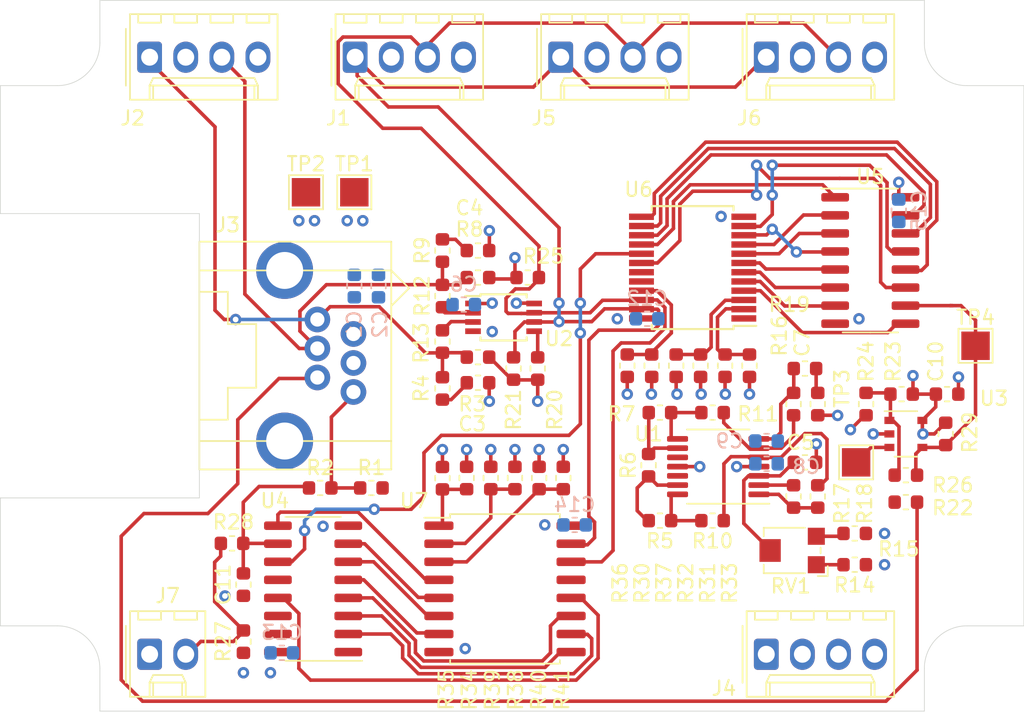
<source format=kicad_pcb>
(kicad_pcb (version 20171130) (host pcbnew "(5.1.6)-1")
  (layers (0 F.Cu signal) (31 B.Cu signal) (34 B.Paste user) (35 F.Paste user) (36 B.SilkS user) (37 F.SilkS user) (38 B.Mask user) (39 F.Mask user) (44 Edge.Cuts user))
  (net 0 "")
  (net 1 GND)
  (net 2 /3V3)
  (net 3 "Net-(C3-Pad1)")
  (net 4 "Net-(C4-Pad1)")
  (net 5 "Net-(C5-Pad2)")
  (net 6 "Net-(C7-Pad2)")
  (net 7 /RAIN_TRG)
  (net 8 "Net-(J3-Pad1)")
  (net 9 /ADC)
  (net 10 "Net-(J4-Pad3)")
  (net 11 "Net-(J4-Pad2)")
  (net 12 /SCL)
  (net 13 /SDA)
  (net 14 "Net-(J7-Pad2)")
  (net 15 /SDA_RJ11)
  (net 16 "Net-(R5-Pad2)")
  (net 17 "Net-(R10-Pad2)")
  (net 18 "Net-(R6-Pad2)")
  (net 19 "Net-(R11-Pad1)")
  (net 20 /SCL_RJ11)
  (net 21 "Net-(R10-Pad1)")
  (net 22 "Net-(R11-Pad2)")
  (net 23 "Net-(R12-Pad1)")
  (net 24 "Net-(R13-Pad1)")
  (net 25 "Net-(R14-Pad2)")
  (net 26 "Net-(R15-Pad1)")
  (net 27 "Net-(R16-Pad2)")
  (net 28 "Net-(R17-Pad1)")
  (net 29 "Net-(R18-Pad1)")
  (net 30 "Net-(R20-Pad1)")
  (net 31 "Net-(R23-Pad2)")
  (net 32 "Net-(R26-Pad1)")
  (net 33 "Net-(R30-Pad2)")
  (net 34 "Net-(R32-Pad2)")
  (net 35 "Net-(R34-Pad2)")
  (net 36 "Net-(R36-Pad2)")
  (net 37 "Net-(R38-Pad2)")
  (net 38 "Net-(R40-Pad2)")
  (net 39 "Net-(U4-Pad15)")
  (net 40 "Net-(U4-Pad14)")
  (net 41 "Net-(U4-Pad13)")
  (net 42 "Net-(U4-Pad12)")
  (net 43 /RG_CLR)
  (net 44 "Net-(U4-Pad9)")
  (net 45 "Net-(U4-Pad7)")
  (net 46 "Net-(U4-Pad6)")
  (net 47 "Net-(U4-Pad5)")
  (net 48 "Net-(U4-Pad4)")
  (net 49 "Net-(U4-Pad3)")
  (net 50 "Net-(U4-Pad2)")
  (net 51 "Net-(U4-Pad1)")
  (net 52 "Net-(U5-Pad15)")
  (net 53 "Net-(U5-Pad14)")
  (net 54 "Net-(U5-Pad13)")
  (net 55 "Net-(U5-Pad12)")
  (net 56 /AN_CLR)
  (net 57 "Net-(U5-Pad9)")
  (net 58 "Net-(U5-Pad7)")
  (net 59 "Net-(U5-Pad6)")
  (net 60 "Net-(U5-Pad5)")
  (net 61 "Net-(U5-Pad4)")
  (net 62 "Net-(U5-Pad3)")
  (net 63 "Net-(U5-Pad2)")
  (net 64 "Net-(U5-Pad1)")
  (net 65 "Net-(U6-Pad20)")
  (net 66 "Net-(U6-Pad19)")
  (net 67 "Net-(U6-Pad1)")
  (net 68 "Net-(U7-Pad13)")
  (module Connector_Molex:Molex_KK-254_AE-6410-02A_1x02_P2.54mm_Vertical (layer F.Cu) (at 106.4 111.05)
    (fp_text reference J7 (at 1.27 -4.12) (layer F.SilkS))
    (fp_text value Conn_01x02)
    (pad 2 thru_hole oval (at 2.54 0) (size 1.74 2.19) (drill 1.19) (layers *.Cu *.Mask) (net 14 "Net-(J7-Pad2)"))
    (pad 1 thru_hole roundrect (at 0 0) (size 1.74 2.19) (drill 1.19) (layers *.Cu *.Mask) (roundrect_rratio 0.143678) (net 1 GND))
  )
  (module Package_SO:SOIC-16W_7.5x10.3mm_P1.27mm (layer F.Cu) (at 131.4 106.45)
    (fp_text reference U7 (at -6.4 -6.2) (layer F.SilkS))
    (fp_text value PCF8574)
    (pad 16 smd roundrect (at 4.65 -4.445) (size 2.05 0.6) (layers F.Cu F.Paste F.Mask) (net 2 /3V3))
    (pad 15 smd roundrect (at 4.65 -3.175) (size 2.05 0.6) (layers F.Cu F.Paste F.Mask) (net 13 /SDA))
    (pad 14 smd roundrect (at 4.65 -1.905) (size 2.05 0.6) (layers F.Cu F.Paste F.Mask) (net 12 /SCL))
    (pad 13 smd roundrect (at 4.65 -0.635) (size 2.05 0.6) (layers F.Cu F.Paste F.Mask) (net 68 "Net-(U7-Pad13)"))
    (pad 12 smd roundrect (at 4.65 0.635) (size 2.05 0.6) (layers F.Cu F.Paste F.Mask) (net 41 "Net-(U4-Pad13)"))
    (pad 11 smd roundrect (at 4.65 1.905) (size 2.05 0.6) (layers F.Cu F.Paste F.Mask) (net 48 "Net-(U4-Pad4)"))
    (pad 10 smd roundrect (at 4.65 3.175) (size 2.05 0.6) (layers F.Cu F.Paste F.Mask) (net 50 "Net-(U4-Pad2)"))
    (pad 9 smd roundrect (at 4.65 4.445) (size 2.05 0.6) (layers F.Cu F.Paste F.Mask) (net 49 "Net-(U4-Pad3)"))
    (pad 8 smd roundrect (at -4.65 4.445) (size 2.05 0.6) (layers F.Cu F.Paste F.Mask) (net 1 GND))
    (pad 7 smd roundrect (at -4.65 3.175) (size 2.05 0.6) (layers F.Cu F.Paste F.Mask) (net 47 "Net-(U4-Pad5)"))
    (pad 6 smd roundrect (at -4.65 1.905) (size 2.05 0.6) (layers F.Cu F.Paste F.Mask) (net 46 "Net-(U4-Pad6)"))
    (pad 5 smd roundrect (at -4.65 0.635) (size 2.05 0.6) (layers F.Cu F.Paste F.Mask) (net 45 "Net-(U4-Pad7)"))
    (pad 4 smd roundrect (at -4.65 -0.635) (size 2.05 0.6) (layers F.Cu F.Paste F.Mask) (net 44 "Net-(U4-Pad9)"))
    (pad 3 smd roundrect (at -4.65 -1.905) (size 2.05 0.6) (layers F.Cu F.Paste F.Mask) (net 38 "Net-(R40-Pad2)"))
    (pad 2 smd roundrect (at -4.65 -3.175) (size 2.05 0.6) (layers F.Cu F.Paste F.Mask) (net 37 "Net-(R38-Pad2)"))
    (pad 1 smd roundrect (at -4.65 -4.445) (size 2.05 0.6) (layers F.Cu F.Paste F.Mask) (net 35 "Net-(R34-Pad2)"))
  )
  (module Package_SO:SSOP-24_5.3x8.2mm_P0.65mm (layer F.Cu) (at 144.6 83.85 180)
    (fp_text reference U6 (at 3.8 5.5) (layer F.SilkS))
    (fp_text value TCA9555DBR)
    (pad 24 smd rect (at 3.6 -3.575 180) (size 1.75 0.45) (layers F.Cu F.Paste F.Mask) (net 2 /3V3))
    (pad 23 smd rect (at 3.6 -2.925 180) (size 1.75 0.45) (layers F.Cu F.Paste F.Mask) (net 13 /SDA))
    (pad 22 smd rect (at 3.6 -2.275 180) (size 1.75 0.45) (layers F.Cu F.Paste F.Mask) (net 12 /SCL))
    (pad 21 smd rect (at 3.6 -1.625 180) (size 1.75 0.45) (layers F.Cu F.Paste F.Mask) (net 36 "Net-(R36-Pad2)"))
    (pad 20 smd rect (at 3.6 -0.975 180) (size 1.75 0.45) (layers F.Cu F.Paste F.Mask) (net 65 "Net-(U6-Pad20)"))
    (pad 19 smd rect (at 3.6 -0.325 180) (size 1.75 0.45) (layers F.Cu F.Paste F.Mask) (net 66 "Net-(U6-Pad19)"))
    (pad 18 smd rect (at 3.6 0.325 180) (size 1.75 0.45) (layers F.Cu F.Paste F.Mask) (net 56 /AN_CLR))
    (pad 17 smd rect (at 3.6 0.975 180) (size 1.75 0.45) (layers F.Cu F.Paste F.Mask) (net 43 /RG_CLR))
    (pad 16 smd rect (at 3.6 1.625 180) (size 1.75 0.45) (layers F.Cu F.Paste F.Mask) (net 64 "Net-(U5-Pad1)"))
    (pad 15 smd rect (at 3.6 2.275 180) (size 1.75 0.45) (layers F.Cu F.Paste F.Mask) (net 52 "Net-(U5-Pad15)"))
    (pad 14 smd rect (at 3.6 2.925 180) (size 1.75 0.45) (layers F.Cu F.Paste F.Mask) (net 53 "Net-(U5-Pad14)"))
    (pad 13 smd rect (at 3.6 3.575 180) (size 1.75 0.45) (layers F.Cu F.Paste F.Mask) (net 55 "Net-(U5-Pad12)"))
    (pad 12 smd rect (at -3.6 3.575 180) (size 1.75 0.45) (layers F.Cu F.Paste F.Mask) (net 1 GND))
    (pad 11 smd rect (at -3.6 2.925 180) (size 1.75 0.45) (layers F.Cu F.Paste F.Mask) (net 54 "Net-(U5-Pad13)"))
    (pad 10 smd rect (at -3.6 2.275 180) (size 1.75 0.45) (layers F.Cu F.Paste F.Mask) (net 61 "Net-(U5-Pad4)"))
    (pad 9 smd rect (at -3.6 1.625 180) (size 1.75 0.45) (layers F.Cu F.Paste F.Mask) (net 63 "Net-(U5-Pad2)"))
    (pad 8 smd rect (at -3.6 0.975 180) (size 1.75 0.45) (layers F.Cu F.Paste F.Mask) (net 62 "Net-(U5-Pad3)"))
    (pad 7 smd rect (at -3.6 0.325 180) (size 1.75 0.45) (layers F.Cu F.Paste F.Mask) (net 60 "Net-(U5-Pad5)"))
    (pad 6 smd rect (at -3.6 -0.325 180) (size 1.75 0.45) (layers F.Cu F.Paste F.Mask) (net 59 "Net-(U5-Pad6)"))
    (pad 5 smd rect (at -3.6 -0.975 180) (size 1.75 0.45) (layers F.Cu F.Paste F.Mask) (net 58 "Net-(U5-Pad7)"))
    (pad 4 smd rect (at -3.6 -1.625 180) (size 1.75 0.45) (layers F.Cu F.Paste F.Mask) (net 57 "Net-(U5-Pad9)"))
    (pad 3 smd rect (at -3.6 -2.275 180) (size 1.75 0.45) (layers F.Cu F.Paste F.Mask) (net 33 "Net-(R30-Pad2)"))
    (pad 2 smd rect (at -3.6 -2.925 180) (size 1.75 0.45) (layers F.Cu F.Paste F.Mask) (net 34 "Net-(R32-Pad2)"))
    (pad 1 smd rect (at -3.6 -3.575 180) (size 1.75 0.45) (layers F.Cu F.Paste F.Mask) (net 67 "Net-(U6-Pad1)"))
  )
  (module Package_SO:SOIC-16_3.9x9.9mm_P1.27mm (layer F.Cu) (at 157.1 83.35)
    (fp_text reference U5 (at 0 -5.9) (layer F.SilkS))
    (fp_text value MC14040B)
    (pad 16 smd roundrect (at 2.475 -4.445) (size 1.95 0.6) (layers F.Cu F.Paste F.Mask) (net 2 /3V3))
    (pad 15 smd roundrect (at 2.475 -3.175) (size 1.95 0.6) (layers F.Cu F.Paste F.Mask) (net 52 "Net-(U5-Pad15)"))
    (pad 14 smd roundrect (at 2.475 -1.905) (size 1.95 0.6) (layers F.Cu F.Paste F.Mask) (net 53 "Net-(U5-Pad14)"))
    (pad 13 smd roundrect (at 2.475 -0.635) (size 1.95 0.6) (layers F.Cu F.Paste F.Mask) (net 54 "Net-(U5-Pad13)"))
    (pad 12 smd roundrect (at 2.475 0.635) (size 1.95 0.6) (layers F.Cu F.Paste F.Mask) (net 55 "Net-(U5-Pad12)"))
    (pad 11 smd roundrect (at 2.475 1.905) (size 1.95 0.6) (layers F.Cu F.Paste F.Mask) (net 56 /AN_CLR))
    (pad 10 smd roundrect (at 2.475 3.175) (size 1.95 0.6) (layers F.Cu F.Paste F.Mask) (net 32 "Net-(R26-Pad1)"))
    (pad 9 smd roundrect (at 2.475 4.445) (size 1.95 0.6) (layers F.Cu F.Paste F.Mask) (net 57 "Net-(U5-Pad9)"))
    (pad 8 smd roundrect (at -2.475 4.445) (size 1.95 0.6) (layers F.Cu F.Paste F.Mask) (net 1 GND))
    (pad 7 smd roundrect (at -2.475 3.175) (size 1.95 0.6) (layers F.Cu F.Paste F.Mask) (net 58 "Net-(U5-Pad7)"))
    (pad 6 smd roundrect (at -2.475 1.905) (size 1.95 0.6) (layers F.Cu F.Paste F.Mask) (net 59 "Net-(U5-Pad6)"))
    (pad 5 smd roundrect (at -2.475 0.635) (size 1.95 0.6) (layers F.Cu F.Paste F.Mask) (net 60 "Net-(U5-Pad5)"))
    (pad 4 smd roundrect (at -2.475 -0.635) (size 1.95 0.6) (layers F.Cu F.Paste F.Mask) (net 61 "Net-(U5-Pad4)"))
    (pad 3 smd roundrect (at -2.475 -1.905) (size 1.95 0.6) (layers F.Cu F.Paste F.Mask) (net 62 "Net-(U5-Pad3)"))
    (pad 2 smd roundrect (at -2.475 -3.175) (size 1.95 0.6) (layers F.Cu F.Paste F.Mask) (net 63 "Net-(U5-Pad2)"))
    (pad 1 smd roundrect (at -2.475 -4.445) (size 1.95 0.6) (layers F.Cu F.Paste F.Mask) (net 64 "Net-(U5-Pad1)"))
  )
  (module Package_SO:SOIC-16_3.9x9.9mm_P1.27mm (layer F.Cu) (at 117.9 106.45 180)
    (fp_text reference U4 (at 2.7 6.2) (layer F.SilkS))
    (fp_text value MC14040B)
    (pad 16 smd roundrect (at 2.475 -4.445 180) (size 1.95 0.6) (layers F.Cu F.Paste F.Mask) (net 2 /3V3))
    (pad 15 smd roundrect (at 2.475 -3.175 180) (size 1.95 0.6) (layers F.Cu F.Paste F.Mask) (net 39 "Net-(U4-Pad15)"))
    (pad 14 smd roundrect (at 2.475 -1.905 180) (size 1.95 0.6) (layers F.Cu F.Paste F.Mask) (net 40 "Net-(U4-Pad14)"))
    (pad 13 smd roundrect (at 2.475 -0.635 180) (size 1.95 0.6) (layers F.Cu F.Paste F.Mask) (net 41 "Net-(U4-Pad13)"))
    (pad 12 smd roundrect (at 2.475 0.635 180) (size 1.95 0.6) (layers F.Cu F.Paste F.Mask) (net 42 "Net-(U4-Pad12)"))
    (pad 11 smd roundrect (at 2.475 1.905 180) (size 1.95 0.6) (layers F.Cu F.Paste F.Mask) (net 43 /RG_CLR))
    (pad 10 smd roundrect (at 2.475 3.175 180) (size 1.95 0.6) (layers F.Cu F.Paste F.Mask) (net 7 /RAIN_TRG))
    (pad 9 smd roundrect (at 2.475 4.445 180) (size 1.95 0.6) (layers F.Cu F.Paste F.Mask) (net 44 "Net-(U4-Pad9)"))
    (pad 8 smd roundrect (at -2.475 4.445 180) (size 1.95 0.6) (layers F.Cu F.Paste F.Mask) (net 1 GND))
    (pad 7 smd roundrect (at -2.475 3.175 180) (size 1.95 0.6) (layers F.Cu F.Paste F.Mask) (net 45 "Net-(U4-Pad7)"))
    (pad 6 smd roundrect (at -2.475 1.905 180) (size 1.95 0.6) (layers F.Cu F.Paste F.Mask) (net 46 "Net-(U4-Pad6)"))
    (pad 5 smd roundrect (at -2.475 0.635 180) (size 1.95 0.6) (layers F.Cu F.Paste F.Mask) (net 47 "Net-(U4-Pad5)"))
    (pad 4 smd roundrect (at -2.475 -0.635 180) (size 1.95 0.6) (layers F.Cu F.Paste F.Mask) (net 48 "Net-(U4-Pad4)"))
    (pad 3 smd roundrect (at -2.475 -1.905 180) (size 1.95 0.6) (layers F.Cu F.Paste F.Mask) (net 49 "Net-(U4-Pad3)"))
    (pad 2 smd roundrect (at -2.475 -3.175 180) (size 1.95 0.6) (layers F.Cu F.Paste F.Mask) (net 50 "Net-(U4-Pad2)"))
    (pad 1 smd roundrect (at -2.475 -4.445 180) (size 1.95 0.6) (layers F.Cu F.Paste F.Mask) (net 51 "Net-(U4-Pad1)"))
  )
  (module Package_SO:TSOP-5_1.65x3.05mm_P0.95mm (layer F.Cu) (at 159.6 95.55)
    (fp_text reference U3 (at 6.2 -2.5) (layer F.SilkS))
    (fp_text value LMV331)
    (pad 5 smd rect (at 1.16 -0.95) (size 0.7 0.51) (layers F.Cu F.Paste F.Mask) (net 2 /3V3))
    (pad 4 smd rect (at 1.16 0.95) (size 0.7 0.51) (layers F.Cu F.Paste F.Mask) (net 32 "Net-(R26-Pad1)"))
    (pad 3 smd rect (at -1.16 0.95) (size 0.7 0.51) (layers F.Cu F.Paste F.Mask) (net 6 "Net-(C7-Pad2)"))
    (pad 2 smd rect (at -1.16 0) (size 0.7 0.51) (layers F.Cu F.Paste F.Mask) (net 1 GND))
    (pad 1 smd rect (at -1.16 -0.95) (size 0.7 0.51) (layers F.Cu F.Paste F.Mask) (net 31 "Net-(R23-Pad2)"))
  )
  (module Package_SO:TSSOP-8_3x3mm_P0.65mm (layer F.Cu) (at 131.3 87.35)
    (fp_text reference U2 (at 3.9 1.5) (layer F.SilkS))
    (fp_text value PCA9517A)
    (pad 8 smd rect (at 2.15 -0.975) (size 1.1 0.4) (layers F.Cu F.Paste F.Mask) (net 2 /3V3))
    (pad 7 smd rect (at 2.15 -0.325) (size 1.1 0.4) (layers F.Cu F.Paste F.Mask) (net 12 /SCL))
    (pad 6 smd rect (at 2.15 0.325) (size 1.1 0.4) (layers F.Cu F.Paste F.Mask) (net 13 /SDA))
    (pad 5 smd rect (at 2.15 0.975) (size 1.1 0.4) (layers F.Cu F.Paste F.Mask) (net 30 "Net-(R20-Pad1)"))
    (pad 4 smd rect (at -2.15 0.975) (size 1.1 0.4) (layers F.Cu F.Paste F.Mask) (net 1 GND))
    (pad 3 smd rect (at -2.15 0.325) (size 1.1 0.4) (layers F.Cu F.Paste F.Mask) (net 24 "Net-(R13-Pad1)"))
    (pad 2 smd rect (at -2.15 -0.325) (size 1.1 0.4) (layers F.Cu F.Paste F.Mask) (net 23 "Net-(R12-Pad1)"))
    (pad 1 smd rect (at -2.15 -0.975) (size 1.1 0.4) (layers F.Cu F.Paste F.Mask) (net 2 /3V3))
  )
  (module Package_SO:TSSOP-14_4.4x5mm_P0.65mm (layer F.Cu) (at 146.4 97.85 180)
    (fp_text reference U1 (at 4.9 2.3) (layer F.SilkS))
    (fp_text value LMV324)
    (pad 14 smd roundrect (at 2.8625 -1.95 180) (size 1.475 0.4) (layers F.Cu F.Paste F.Mask) (net 17 "Net-(R10-Pad2)"))
    (pad 13 smd roundrect (at 2.8625 -1.3 180) (size 1.475 0.4) (layers F.Cu F.Paste F.Mask) (net 16 "Net-(R5-Pad2)"))
    (pad 12 smd roundrect (at 2.8625 -0.65 180) (size 1.475 0.4) (layers F.Cu F.Paste F.Mask) (net 10 "Net-(J4-Pad3)"))
    (pad 11 smd roundrect (at 2.8625 0 180) (size 1.475 0.4) (layers F.Cu F.Paste F.Mask) (net 1 GND))
    (pad 10 smd roundrect (at 2.8625 0.65 180) (size 1.475 0.4) (layers F.Cu F.Paste F.Mask) (net 11 "Net-(J4-Pad2)"))
    (pad 9 smd roundrect (at 2.8625 1.3 180) (size 1.475 0.4) (layers F.Cu F.Paste F.Mask) (net 18 "Net-(R6-Pad2)"))
    (pad 8 smd roundrect (at 2.8625 1.95 180) (size 1.475 0.4) (layers F.Cu F.Paste F.Mask) (net 19 "Net-(R11-Pad1)"))
    (pad 7 smd roundrect (at -2.8625 1.95 180) (size 1.475 0.4) (layers F.Cu F.Paste F.Mask) (net 27 "Net-(R16-Pad2)"))
    (pad 6 smd roundrect (at -2.8625 1.3 180) (size 1.475 0.4) (layers F.Cu F.Paste F.Mask) (net 22 "Net-(R11-Pad2)"))
    (pad 5 smd roundrect (at -2.8625 0.65 180) (size 1.475 0.4) (layers F.Cu F.Paste F.Mask) (net 21 "Net-(R10-Pad1)"))
    (pad 4 smd roundrect (at -2.8625 0 180) (size 1.475 0.4) (layers F.Cu F.Paste F.Mask) (net 2 /3V3))
    (pad 3 smd roundrect (at -2.8625 -0.65 180) (size 1.475 0.4) (layers F.Cu F.Paste F.Mask) (net 5 "Net-(C5-Pad2)"))
    (pad 2 smd roundrect (at -2.8625 -1.3 180) (size 1.475 0.4) (layers F.Cu F.Paste F.Mask) (net 29 "Net-(R18-Pad1)"))
    (pad 1 smd roundrect (at -2.8625 -1.95 180) (size 1.475 0.4) (layers F.Cu F.Paste F.Mask) (net 28 "Net-(R17-Pad1)"))
  )
  (module TestPoint:TestPoint_Pad_2.0x2.0mm (layer F.Cu) (at 164.5 89.35)
    (fp_text reference TP4 (at 0 -1.998) (layer F.SilkS))
    (fp_text value RCU-0C)
    (pad 1 smd rect (at 0 0) (size 2 2) (layers F.Cu F.Mask) (net 32 "Net-(R26-Pad1)"))
  )
  (module TestPoint:TestPoint_Pad_2.0x2.0mm (layer F.Cu) (at 156.1 97.55)
    (fp_text reference TP3 (at -1 -5.2 90) (layer F.SilkS))
    (fp_text value RCU-0C)
    (pad 1 smd rect (at 0 0) (size 2 2) (layers F.Cu F.Mask) (net 6 "Net-(C7-Pad2)"))
  )
  (module TestPoint:TestPoint_Pad_2.0x2.0mm (layer F.Cu) (at 117.4 78.55)
    (fp_text reference TP2 (at 0 -1.998) (layer F.SilkS))
    (fp_text value RCU-0C)
    (pad 1 smd rect (at 0 0) (size 2 2) (layers F.Cu F.Mask) (net 1 GND))
  )
  (module TestPoint:TestPoint_Pad_2.0x2.0mm (layer F.Cu) (at 120.8 78.55)
    (fp_text reference TP1 (at 0 -1.998) (layer F.SilkS))
    (fp_text value RCU-0C)
    (pad 1 smd rect (at 0 0) (size 2 2) (layers F.Cu F.Mask) (net 2 /3V3))
  )
  (module Potentiometer_SMD:Potentiometer_Bourns_TC33X_Vertical (layer F.Cu) (at 151.5 103.75 180)
    (fp_text reference RV1 (at 0 -2.5) (layer F.SilkS))
    (fp_text value 10k)
    (pad 2 smd rect (at 1.45 0 180) (size 1.5 1.6) (layers F.Cu F.Paste F.Mask) (net 5 "Net-(C5-Pad2)"))
    (pad 3 smd rect (at -1.8 1 180) (size 1.2 1.2) (layers F.Cu F.Paste F.Mask) (net 26 "Net-(R15-Pad1)"))
    (pad 1 smd rect (at -1.8 -1 180) (size 1.2 1.2) (layers F.Cu F.Paste F.Mask) (net 25 "Net-(R14-Pad2)"))
  )
  (module Resistor_SMD:R_0603_1608Metric (layer F.Cu) (at 135.5 98.65 90)
    (fp_text reference R41 (at -14.9 -0.1 90) (layer F.SilkS))
    (fp_text value 0)
    (pad 2 smd roundrect (at 0.7875 0 90) (size 0.875 0.95) (layers F.Cu F.Paste F.Mask) (net 1 GND))
    (pad 1 smd roundrect (at -0.7875 0 90) (size 0.875 0.95) (layers F.Cu F.Paste F.Mask) (net 38 "Net-(R40-Pad2)"))
  )
  (module Resistor_SMD:R_0603_1608Metric (layer F.Cu) (at 133.8 98.65 270)
    (fp_text reference R40 (at 14.9 0.026 90) (layer F.SilkS))
    (fp_text value DNF)
    (pad 2 smd roundrect (at 0.7875 0 270) (size 0.875 0.95) (layers F.Cu F.Paste F.Mask) (net 38 "Net-(R40-Pad2)"))
    (pad 1 smd roundrect (at -0.7875 0 270) (size 0.875 0.95) (layers F.Cu F.Paste F.Mask) (net 2 /3V3))
  )
  (module Resistor_SMD:R_0603_1608Metric (layer F.Cu) (at 132.1 98.65 90)
    (fp_text reference R39 (at -14.9 -1.578 90) (layer F.SilkS))
    (fp_text value 0)
    (pad 2 smd roundrect (at 0.7875 0 90) (size 0.875 0.95) (layers F.Cu F.Paste F.Mask) (net 1 GND))
    (pad 1 smd roundrect (at -0.7875 0 90) (size 0.875 0.95) (layers F.Cu F.Paste F.Mask) (net 37 "Net-(R38-Pad2)"))
  )
  (module Resistor_SMD:R_0603_1608Metric (layer F.Cu) (at 130.4 98.65 270)
    (fp_text reference R38 (at 14.9 -1.748 90) (layer F.SilkS))
    (fp_text value DNF)
    (pad 2 smd roundrect (at 0.7875 0 270) (size 0.875 0.95) (layers F.Cu F.Paste F.Mask) (net 37 "Net-(R38-Pad2)"))
    (pad 1 smd roundrect (at -0.7875 0 270) (size 0.875 0.95) (layers F.Cu F.Paste F.Mask) (net 2 /3V3))
  )
  (module Resistor_SMD:R_0603_1608Metric (layer F.Cu) (at 141.72 90.75 270)
    (fp_text reference R37 (at 15.3 -0.86 90) (layer F.SilkS))
    (fp_text value 0)
    (pad 2 smd roundrect (at 0.7875 0 270) (size 0.875 0.95) (layers F.Cu F.Paste F.Mask) (net 1 GND))
    (pad 1 smd roundrect (at -0.7875 0 270) (size 0.875 0.95) (layers F.Cu F.Paste F.Mask) (net 36 "Net-(R36-Pad2)"))
  )
  (module Resistor_SMD:R_0603_1608Metric (layer F.Cu) (at 140 90.75 90)
    (fp_text reference R36 (at -15.3 -0.5 90) (layer F.SilkS))
    (fp_text value DNF)
    (pad 2 smd roundrect (at 0.7875 0 90) (size 0.875 0.95) (layers F.Cu F.Paste F.Mask) (net 36 "Net-(R36-Pad2)"))
    (pad 1 smd roundrect (at -0.7875 0 90) (size 0.875 0.95) (layers F.Cu F.Paste F.Mask) (net 2 /3V3))
  )
  (module Resistor_SMD:R_0603_1608Metric (layer F.Cu) (at 128.7 98.65 90)
    (fp_text reference R35 (at -14.9 -1.43 90) (layer F.SilkS))
    (fp_text value 0)
    (pad 2 smd roundrect (at 0.7875 0 90) (size 0.875 0.95) (layers F.Cu F.Paste F.Mask) (net 1 GND))
    (pad 1 smd roundrect (at -0.7875 0 90) (size 0.875 0.95) (layers F.Cu F.Paste F.Mask) (net 35 "Net-(R34-Pad2)"))
  )
  (module Resistor_SMD:R_0603_1608Metric (layer F.Cu) (at 127 98.6625 270)
    (fp_text reference R34 (at 14.8875 -1.896 90) (layer F.SilkS))
    (fp_text value DNF)
    (pad 2 smd roundrect (at 0.7875 0 270) (size 0.875 0.95) (layers F.Cu F.Paste F.Mask) (net 35 "Net-(R34-Pad2)"))
    (pad 1 smd roundrect (at -0.7875 0 270) (size 0.875 0.95) (layers F.Cu F.Paste F.Mask) (net 2 /3V3))
  )
  (module Resistor_SMD:R_0603_1608Metric (layer F.Cu) (at 148.6 90.75 270)
    (fp_text reference R33 (at 15.3 1.4 90) (layer F.SilkS))
    (fp_text value 0)
    (pad 2 smd roundrect (at 0.7875 0 270) (size 0.875 0.95) (layers F.Cu F.Paste F.Mask) (net 1 GND))
    (pad 1 smd roundrect (at -0.7875 0 270) (size 0.875 0.95) (layers F.Cu F.Paste F.Mask) (net 34 "Net-(R32-Pad2)"))
  )
  (module Resistor_SMD:R_0603_1608Metric (layer F.Cu) (at 146.88 90.75 90)
    (fp_text reference R32 (at -15.3 -2.76 90) (layer F.SilkS))
    (fp_text value DNF)
    (pad 2 smd roundrect (at 0.7875 0 90) (size 0.875 0.95) (layers F.Cu F.Paste F.Mask) (net 34 "Net-(R32-Pad2)"))
    (pad 1 smd roundrect (at -0.7875 0 90) (size 0.875 0.95) (layers F.Cu F.Paste F.Mask) (net 2 /3V3))
  )
  (module Resistor_SMD:R_0603_1608Metric (layer F.Cu) (at 145.16 90.75 270)
    (fp_text reference R31 (at 15.3 -0.5 90) (layer F.SilkS))
    (fp_text value 0)
    (pad 2 smd roundrect (at 0.7875 0 270) (size 0.875 0.95) (layers F.Cu F.Paste F.Mask) (net 1 GND))
    (pad 1 smd roundrect (at -0.7875 0 270) (size 0.875 0.95) (layers F.Cu F.Paste F.Mask) (net 33 "Net-(R30-Pad2)"))
  )
  (module Resistor_SMD:R_0603_1608Metric (layer F.Cu) (at 143.44 90.75 90)
    (fp_text reference R30 (at -15.3 -2.4 90) (layer F.SilkS))
    (fp_text value DNF)
    (pad 2 smd roundrect (at 0.7875 0 90) (size 0.875 0.95) (layers F.Cu F.Paste F.Mask) (net 33 "Net-(R30-Pad2)"))
    (pad 1 smd roundrect (at -0.7875 0 90) (size 0.875 0.95) (layers F.Cu F.Paste F.Mask) (net 2 /3V3))
  )
  (module Resistor_SMD:R_0603_1608Metric (layer F.Cu) (at 162.4 95.55 270)
    (fp_text reference R29 (at -0.1 -1.7 90) (layer F.SilkS))
    (fp_text value 10k)
    (pad 2 smd roundrect (at 0.7875 0 270) (size 0.875 0.95) (layers F.Cu F.Paste F.Mask) (net 32 "Net-(R26-Pad1)"))
    (pad 1 smd roundrect (at -0.7875 0 270) (size 0.875 0.95) (layers F.Cu F.Paste F.Mask) (net 2 /3V3))
  )
  (module Resistor_SMD:R_0603_1608Metric (layer F.Cu) (at 112.2 103.25 180)
    (fp_text reference R28 (at -0.1 1.5) (layer F.SilkS))
    (fp_text value 100k)
    (pad 2 smd roundrect (at 0.7875 0 180) (size 0.875 0.95) (layers F.Cu F.Paste F.Mask) (net 14 "Net-(J7-Pad2)"))
    (pad 1 smd roundrect (at -0.7875 0 180) (size 0.875 0.95) (layers F.Cu F.Paste F.Mask) (net 7 /RAIN_TRG))
  )
  (module Resistor_SMD:R_0603_1608Metric (layer F.Cu) (at 113 110.1625 90)
    (fp_text reference R27 (at 0 -1.43 90) (layer F.SilkS))
    (fp_text value 10k)
    (pad 2 smd roundrect (at 0.7875 0 90) (size 0.875 0.95) (layers F.Cu F.Paste F.Mask) (net 14 "Net-(J7-Pad2)"))
    (pad 1 smd roundrect (at -0.7875 0 90) (size 0.875 0.95) (layers F.Cu F.Paste F.Mask) (net 2 /3V3))
  )
  (module Resistor_SMD:R_0603_1608Metric (layer F.Cu) (at 159.6 98.45 180)
    (fp_text reference R26 (at -3.3 -0.7) (layer F.SilkS))
    (fp_text value 775k)
    (pad 2 smd roundrect (at 0.7875 0 180) (size 0.875 0.95) (layers F.Cu F.Paste F.Mask) (net 31 "Net-(R23-Pad2)"))
    (pad 1 smd roundrect (at -0.7875 0 180) (size 0.875 0.95) (layers F.Cu F.Paste F.Mask) (net 32 "Net-(R26-Pad1)"))
  )
  (module Resistor_SMD:R_0603_1608Metric (layer F.Cu) (at 133 84.55 180)
    (fp_text reference R25 (at -1.1 1.5) (layer F.SilkS))
    (fp_text value 10k)
    (pad 2 smd roundrect (at 0.7875 0 180) (size 0.875 0.95) (layers F.Cu F.Paste F.Mask) (net 2 /3V3))
    (pad 1 smd roundrect (at -0.7875 0 180) (size 0.875 0.95) (layers F.Cu F.Paste F.Mask) (net 12 /SCL))
  )
  (module Resistor_SMD:R_0603_1608Metric (layer F.Cu) (at 156.8 93.45 270)
    (fp_text reference R24 (at -3 0 90) (layer F.SilkS))
    (fp_text value 100k)
    (pad 2 smd roundrect (at 0.7875 0 270) (size 0.875 0.95) (layers F.Cu F.Paste F.Mask) (net 1 GND))
    (pad 1 smd roundrect (at -0.7875 0 270) (size 0.875 0.95) (layers F.Cu F.Paste F.Mask) (net 31 "Net-(R23-Pad2)"))
  )
  (module Resistor_SMD:R_0603_1608Metric (layer F.Cu) (at 159.3 92.75 180)
    (fp_text reference R23 (at 0.6 2.3 90) (layer F.SilkS))
    (fp_text value 100k)
    (pad 2 smd roundrect (at 0.7875 0 180) (size 0.875 0.95) (layers F.Cu F.Paste F.Mask) (net 31 "Net-(R23-Pad2)"))
    (pad 1 smd roundrect (at -0.7875 0 180) (size 0.875 0.95) (layers F.Cu F.Paste F.Mask) (net 2 /3V3))
  )
  (module Resistor_SMD:R_0603_1608Metric (layer F.Cu) (at 159.6 100.35 180)
    (fp_text reference R22 (at -3.3 -0.4) (layer F.SilkS))
    (fp_text value DNF)
    (pad 2 smd roundrect (at 0.7875 0 180) (size 0.875 0.95) (layers F.Cu F.Paste F.Mask) (net 6 "Net-(C7-Pad2)"))
    (pad 1 smd roundrect (at -0.7875 0 180) (size 0.875 0.95) (layers F.Cu F.Paste F.Mask) (net 9 /ADC))
  )
  (module Resistor_SMD:R_0603_1608Metric (layer F.Cu) (at 132 90.95 270)
    (fp_text reference R21 (at 2.9 0 90) (layer F.SilkS))
    (fp_text value 10k)
    (pad 2 smd roundrect (at 0.7875 0 270) (size 0.875 0.95) (layers F.Cu F.Paste F.Mask) (net 2 /3V3))
    (pad 1 smd roundrect (at -0.7875 0 270) (size 0.875 0.95) (layers F.Cu F.Paste F.Mask) (net 13 /SDA))
  )
  (module Resistor_SMD:R_0603_1608Metric (layer F.Cu) (at 133.7 90.95 270)
    (fp_text reference R20 (at 2.9 -1.2 90) (layer F.SilkS))
    (fp_text value 10k)
    (pad 2 smd roundrect (at 0.7875 0 270) (size 0.875 0.95) (layers F.Cu F.Paste F.Mask) (net 2 /3V3))
    (pad 1 smd roundrect (at -0.7875 0 270) (size 0.875 0.95) (layers F.Cu F.Paste F.Mask) (net 30 "Net-(R20-Pad1)"))
  )
  (module Resistor_SMD:R_0603_1608Metric (layer F.Cu) (at 152.5 90.95 180)
    (fp_text reference R19 (at 1.1 4.5) (layer F.SilkS))
    (fp_text value 1.6k)
    (pad 2 smd roundrect (at 0.7875 0 180) (size 0.875 0.95) (layers F.Cu F.Paste F.Mask) (net 27 "Net-(R16-Pad2)"))
    (pad 1 smd roundrect (at -0.7875 0 180) (size 0.875 0.95) (layers F.Cu F.Paste F.Mask) (net 6 "Net-(C7-Pad2)"))
  )
  (module Resistor_SMD:R_0603_1608Metric (layer F.Cu) (at 151.7 99.95 270)
    (fp_text reference R18 (at 0.5 -5 270) (layer F.SilkS))
    (fp_text value 0)
    (pad 2 smd roundrect (at 0.7875 0 270) (size 0.875 0.95) (layers F.Cu F.Paste F.Mask) (net 28 "Net-(R17-Pad1)"))
    (pad 1 smd roundrect (at -0.7875 0 270) (size 0.875 0.95) (layers F.Cu F.Paste F.Mask) (net 29 "Net-(R18-Pad1)"))
  )
  (module Resistor_SMD:R_0603_1608Metric (layer F.Cu) (at 153.4 99.95 90)
    (fp_text reference R17 (at -0.5 1.7 270) (layer F.SilkS))
    (fp_text value 39k)
    (pad 2 smd roundrect (at 0.7875 0 90) (size 0.875 0.95) (layers F.Cu F.Paste F.Mask) (net 21 "Net-(R10-Pad1)"))
    (pad 1 smd roundrect (at -0.7875 0 90) (size 0.875 0.95) (layers F.Cu F.Paste F.Mask) (net 28 "Net-(R17-Pad1)"))
  )
  (module Resistor_SMD:R_0603_1608Metric (layer F.Cu) (at 151.7 93.45 90)
    (fp_text reference R16 (at 4.8 -1 90) (layer F.SilkS))
    (fp_text value 39k)
    (pad 2 smd roundrect (at 0.7875 0 90) (size 0.875 0.95) (layers F.Cu F.Paste F.Mask) (net 27 "Net-(R16-Pad2)"))
    (pad 1 smd roundrect (at -0.7875 0 90) (size 0.875 0.95) (layers F.Cu F.Paste F.Mask) (net 22 "Net-(R11-Pad2)"))
  )
  (module Resistor_SMD:R_0603_1608Metric (layer F.Cu) (at 156 102.55)
    (fp_text reference R15 (at 3.1 1.1 180) (layer F.SilkS))
    (fp_text value 33k)
    (pad 2 smd roundrect (at 0.7875 0) (size 0.875 0.95) (layers F.Cu F.Paste F.Mask) (net 1 GND))
    (pad 1 smd roundrect (at -0.7875 0) (size 0.875 0.95) (layers F.Cu F.Paste F.Mask) (net 26 "Net-(R15-Pad1)"))
  )
  (module Resistor_SMD:R_0603_1608Metric (layer F.Cu) (at 156 104.75 180)
    (fp_text reference R14 (at 0 -1.43) (layer F.SilkS))
    (fp_text value 33k)
    (pad 2 smd roundrect (at 0.7875 0 180) (size 0.875 0.95) (layers F.Cu F.Paste F.Mask) (net 25 "Net-(R14-Pad2)"))
    (pad 1 smd roundrect (at -0.7875 0 180) (size 0.875 0.95) (layers F.Cu F.Paste F.Mask) (net 2 /3V3))
  )
  (module Resistor_SMD:R_0603_1608Metric (layer F.Cu) (at 127 89.05 270)
    (fp_text reference R13 (at 0.1 1.5 90) (layer F.SilkS))
    (fp_text value 75)
    (pad 2 smd roundrect (at 0.7875 0 270) (size 0.875 0.95) (layers F.Cu F.Paste F.Mask) (net 15 /SDA_RJ11))
    (pad 1 smd roundrect (at -0.7875 0 270) (size 0.875 0.95) (layers F.Cu F.Paste F.Mask) (net 24 "Net-(R13-Pad1)"))
  )
  (module Resistor_SMD:R_0603_1608Metric (layer F.Cu) (at 127 85.85 90)
    (fp_text reference R12 (at 0 -1.43 90) (layer F.SilkS))
    (fp_text value 75)
    (pad 2 smd roundrect (at 0.7875 0 90) (size 0.875 0.95) (layers F.Cu F.Paste F.Mask) (net 20 /SCL_RJ11))
    (pad 1 smd roundrect (at -0.7875 0 90) (size 0.875 0.95) (layers F.Cu F.Paste F.Mask) (net 23 "Net-(R12-Pad1)"))
  )
  (module Resistor_SMD:R_0603_1608Metric (layer F.Cu) (at 146 94.05)
    (fp_text reference R11 (at 3.2 0.1 180) (layer F.SilkS))
    (fp_text value 1k)
    (pad 2 smd roundrect (at 0.7875 0) (size 0.875 0.95) (layers F.Cu F.Paste F.Mask) (net 22 "Net-(R11-Pad2)"))
    (pad 1 smd roundrect (at -0.7875 0) (size 0.875 0.95) (layers F.Cu F.Paste F.Mask) (net 19 "Net-(R11-Pad1)"))
  )
  (module Resistor_SMD:R_0603_1608Metric (layer F.Cu) (at 146 101.65 180)
    (fp_text reference R10 (at 0 -1.43) (layer F.SilkS))
    (fp_text value 1k)
    (pad 2 smd roundrect (at 0.7875 0 180) (size 0.875 0.95) (layers F.Cu F.Paste F.Mask) (net 17 "Net-(R10-Pad2)"))
    (pad 1 smd roundrect (at -0.7875 0 180) (size 0.875 0.95) (layers F.Cu F.Paste F.Mask) (net 21 "Net-(R10-Pad1)"))
  )
  (module Resistor_SMD:R_0603_1608Metric (layer F.Cu) (at 127 82.65 90)
    (fp_text reference R9 (at 0 -1.43 90) (layer F.SilkS))
    (fp_text value DNF)
    (pad 2 smd roundrect (at 0.7875 0 90) (size 0.875 0.95) (layers F.Cu F.Paste F.Mask) (net 4 "Net-(C4-Pad1)"))
    (pad 1 smd roundrect (at -0.7875 0 90) (size 0.875 0.95) (layers F.Cu F.Paste F.Mask) (net 20 /SCL_RJ11))
  )
  (module Resistor_SMD:R_0603_1608Metric (layer F.Cu) (at 129.5 84.55)
    (fp_text reference R8 (at -0.6 -3.4) (layer F.SilkS))
    (fp_text value 2.2k)
    (pad 2 smd roundrect (at 0.7875 0) (size 0.875 0.95) (layers F.Cu F.Paste F.Mask) (net 2 /3V3))
    (pad 1 smd roundrect (at -0.7875 0) (size 0.875 0.95) (layers F.Cu F.Paste F.Mask) (net 20 /SCL_RJ11))
  )
  (module Resistor_SMD:R_0603_1608Metric (layer F.Cu) (at 142.3 94.05)
    (fp_text reference R7 (at -2.7 0.1 180) (layer F.SilkS))
    (fp_text value 0)
    (pad 2 smd roundrect (at 0.7875 0) (size 0.875 0.95) (layers F.Cu F.Paste F.Mask) (net 19 "Net-(R11-Pad1)"))
    (pad 1 smd roundrect (at -0.7875 0) (size 0.875 0.95) (layers F.Cu F.Paste F.Mask) (net 18 "Net-(R6-Pad2)"))
  )
  (module Resistor_SMD:R_0603_1608Metric (layer F.Cu) (at 141.5 97.75 90)
    (fp_text reference R6 (at 0 -1.43 90) (layer F.SilkS))
    (fp_text value DNF)
    (pad 2 smd roundrect (at 0.7875 0 90) (size 0.875 0.95) (layers F.Cu F.Paste F.Mask) (net 18 "Net-(R6-Pad2)"))
    (pad 1 smd roundrect (at -0.7875 0 90) (size 0.875 0.95) (layers F.Cu F.Paste F.Mask) (net 16 "Net-(R5-Pad2)"))
  )
  (module Resistor_SMD:R_0603_1608Metric (layer F.Cu) (at 142.3 101.65 180)
    (fp_text reference R5 (at 0 -1.43) (layer F.SilkS))
    (fp_text value 0)
    (pad 2 smd roundrect (at 0.7875 0 180) (size 0.875 0.95) (layers F.Cu F.Paste F.Mask) (net 16 "Net-(R5-Pad2)"))
    (pad 1 smd roundrect (at -0.7875 0 180) (size 0.875 0.95) (layers F.Cu F.Paste F.Mask) (net 17 "Net-(R10-Pad2)"))
  )
  (module Resistor_SMD:R_0603_1608Metric (layer F.Cu) (at 127 92.35 270)
    (fp_text reference R4 (at 0 1.5 90) (layer F.SilkS))
    (fp_text value DNF)
    (pad 2 smd roundrect (at 0.7875 0 270) (size 0.875 0.95) (layers F.Cu F.Paste F.Mask) (net 3 "Net-(C3-Pad1)"))
    (pad 1 smd roundrect (at -0.7875 0 270) (size 0.875 0.95) (layers F.Cu F.Paste F.Mask) (net 15 /SDA_RJ11))
  )
  (module Resistor_SMD:R_0603_1608Metric (layer F.Cu) (at 129.5 90.15)
    (fp_text reference R3 (at -0.4 3.3) (layer F.SilkS))
    (fp_text value 2.2k)
    (pad 2 smd roundrect (at 0.7875 0) (size 0.875 0.95) (layers F.Cu F.Paste F.Mask) (net 2 /3V3))
    (pad 1 smd roundrect (at -0.7875 0) (size 0.875 0.95) (layers F.Cu F.Paste F.Mask) (net 15 /SDA_RJ11))
  )
  (module Resistor_SMD:R_0603_1608Metric (layer F.Cu) (at 118.4 99.35)
    (fp_text reference R2 (at 0 -1.43) (layer F.SilkS))
    (fp_text value DNF)
    (pad 2 smd roundrect (at 0.7875 0) (size 0.875 0.95) (layers F.Cu F.Paste F.Mask) (net 8 "Net-(J3-Pad1)"))
    (pad 1 smd roundrect (at -0.7875 0) (size 0.875 0.95) (layers F.Cu F.Paste F.Mask) (net 7 /RAIN_TRG))
  )
  (module Resistor_SMD:R_0603_1608Metric (layer F.Cu) (at 122 99.35)
    (fp_text reference R1 (at 0 -1.43) (layer F.SilkS))
    (fp_text value 0)
    (pad 2 smd roundrect (at 0.7875 0) (size 0.875 0.95) (layers F.Cu F.Paste F.Mask) (net 1 GND))
    (pad 1 smd roundrect (at -0.7875 0) (size 0.875 0.95) (layers F.Cu F.Paste F.Mask) (net 8 "Net-(J3-Pad1)"))
  )
  (module Connector_Molex:Molex_KK-254_AE-6410-04A_1x04_P2.54mm_Vertical (layer F.Cu) (at 149.78 69.05)
    (fp_text reference J6 (at -1.19 4.28) (layer F.SilkS))
    (fp_text value Conn_01x04)
    (pad 4 thru_hole oval (at 7.62 0) (size 1.74 2.19) (drill 1.19) (layers *.Cu *.Mask) (net 1 GND))
    (pad 3 thru_hole oval (at 5.08 0) (size 1.74 2.19) (drill 1.19) (layers *.Cu *.Mask) (net 12 /SCL))
    (pad 2 thru_hole oval (at 2.54 0) (size 1.74 2.19) (drill 1.19) (layers *.Cu *.Mask) (net 2 /3V3))
    (pad 1 thru_hole roundrect (at 0 0) (size 1.74 2.19) (drill 1.19) (layers *.Cu *.Mask) (roundrect_rratio 0.143678) (net 13 /SDA))
  )
  (module Connector_Molex:Molex_KK-254_AE-6410-04A_1x04_P2.54mm_Vertical (layer F.Cu) (at 135.32 69.05)
    (fp_text reference J5 (at -1.19 4.28) (layer F.SilkS))
    (fp_text value Conn_01x04)
    (pad 4 thru_hole oval (at 7.62 0) (size 1.74 2.19) (drill 1.19) (layers *.Cu *.Mask) (net 1 GND))
    (pad 3 thru_hole oval (at 5.08 0) (size 1.74 2.19) (drill 1.19) (layers *.Cu *.Mask) (net 12 /SCL))
    (pad 2 thru_hole oval (at 2.54 0) (size 1.74 2.19) (drill 1.19) (layers *.Cu *.Mask) (net 2 /3V3))
    (pad 1 thru_hole roundrect (at 0 0) (size 1.74 2.19) (drill 1.19) (layers *.Cu *.Mask) (roundrect_rratio 0.143678) (net 13 /SDA))
  )
  (module Connector_Molex:Molex_KK-254_AE-6410-04A_1x04_P2.54mm_Vertical (layer F.Cu) (at 149.78 111.05)
    (fp_text reference J4 (at -2.98 2.4) (layer F.SilkS))
    (fp_text value Conn_01x04)
    (pad 4 thru_hole oval (at 7.62 0) (size 1.74 2.19) (drill 1.19) (layers *.Cu *.Mask) (net 2 /3V3))
    (pad 3 thru_hole oval (at 5.08 0) (size 1.74 2.19) (drill 1.19) (layers *.Cu *.Mask) (net 10 "Net-(J4-Pad3)"))
    (pad 2 thru_hole oval (at 2.54 0) (size 1.74 2.19) (drill 1.19) (layers *.Cu *.Mask) (net 11 "Net-(J4-Pad2)"))
    (pad 1 thru_hole roundrect (at 0 0) (size 1.74 2.19) (drill 1.19) (layers *.Cu *.Mask) (roundrect_rratio 0.143678) (net 1 GND))
  )
  (module custom:E5566-Q0LK22-L (layer F.Cu) (at 115.9 84.05 270)
    (fp_text reference J3 (at -3.2 4 180) (layer F.SilkS))
    (fp_text value 6P6C)
    (pad 1 thru_hole circle (at 8.55 -4.84 270) (size 1.8 1.8) (drill 1) (layers *.Cu *.Mask) (net 8 "Net-(J3-Pad1)"))
    (pad 2 thru_hole circle (at 7.53 -2.3 270) (size 1.8 1.8) (drill 1) (layers *.Cu *.Mask) (net 9 /ADC))
    (pad 3 thru_hole circle (at 6.51 -4.84 270) (size 1.8 1.8) (drill 1) (layers *.Cu *.Mask) (net 1 GND))
    (pad 4 thru_hole circle (at 5.49 -2.3 270) (size 1.8 1.8) (drill 1) (layers *.Cu *.Mask) (net 20 /SCL_RJ11))
    (pad 6 thru_hole circle (at 3.45 -2.3 270) (size 1.8 1.8) (drill 1) (layers *.Cu *.Mask) (net 15 /SDA_RJ11))
    (pad 5 thru_hole circle (at 4.47 -4.84 270) (size 1.8 1.8) (drill 1) (layers *.Cu *.Mask) (net 2 /3V3))
    (pad 7 thru_hole circle (at 12 0 270) (size 4 4) (drill 2.6) (layers *.Cu *.Mask))
    (pad 8 thru_hole circle (at 0 0 270) (size 4 4) (drill 2.6) (layers *.Cu *.Mask))
  )
  (module Connector_Molex:Molex_KK-254_AE-6410-04A_1x04_P2.54mm_Vertical (layer F.Cu) (at 106.4 69.05)
    (fp_text reference J2 (at -1.19 4.28) (layer F.SilkS))
    (fp_text value Conn_01x04)
    (pad 4 thru_hole oval (at 7.62 0) (size 1.74 2.19) (drill 1.19) (layers *.Cu *.Mask) (net 1 GND))
    (pad 3 thru_hole oval (at 5.08 0) (size 1.74 2.19) (drill 1.19) (layers *.Cu *.Mask) (net 20 /SCL_RJ11))
    (pad 2 thru_hole oval (at 2.54 0) (size 1.74 2.19) (drill 1.19) (layers *.Cu *.Mask) (net 2 /3V3))
    (pad 1 thru_hole roundrect (at 0 0) (size 1.74 2.19) (drill 1.19) (layers *.Cu *.Mask) (roundrect_rratio 0.143678) (net 15 /SDA_RJ11))
  )
  (module Connector_Molex:Molex_KK-254_AE-6410-04A_1x04_P2.54mm_Vertical (layer F.Cu) (at 120.86 69.05)
    (fp_text reference J1 (at -1.19 4.28) (layer F.SilkS))
    (fp_text value Conn_01x04)
    (pad 4 thru_hole oval (at 7.62 0) (size 1.74 2.19) (drill 1.19) (layers *.Cu *.Mask) (net 1 GND))
    (pad 3 thru_hole oval (at 5.08 0) (size 1.74 2.19) (drill 1.19) (layers *.Cu *.Mask) (net 12 /SCL))
    (pad 2 thru_hole oval (at 2.54 0) (size 1.74 2.19) (drill 1.19) (layers *.Cu *.Mask) (net 2 /3V3))
    (pad 1 thru_hole roundrect (at 0 0) (size 1.74 2.19) (drill 1.19) (layers *.Cu *.Mask) (roundrect_rratio 0.143678) (net 13 /SDA))
  )
  (module Capacitor_SMD:C_0603_1608Metric (layer B.Cu) (at 159.1 79.85 90)
    (fp_text reference C15 (at 0 1.43 270) (layer B.SilkS) (effects (justify mirror)))
    (fp_text value 100nF)
    (pad 2 smd roundrect (at 0.7875 0 90) (size 0.875 0.95) (layers B.Cu B.Paste B.Mask) (net 2 /3V3))
    (pad 1 smd roundrect (at -0.7875 0 90) (size 0.875 0.95) (layers B.Cu B.Paste B.Mask) (net 1 GND))
  )
  (module Capacitor_SMD:C_0603_1608Metric (layer B.Cu) (at 136.3 101.95 180)
    (fp_text reference C14 (at 0 1.43 180) (layer B.SilkS) (effects (justify mirror)))
    (fp_text value 100nF)
    (pad 2 smd roundrect (at 0.7875 0 180) (size 0.875 0.95) (layers B.Cu B.Paste B.Mask) (net 2 /3V3))
    (pad 1 smd roundrect (at -0.7875 0 180) (size 0.875 0.95) (layers B.Cu B.Paste B.Mask) (net 1 GND))
  )
  (module Capacitor_SMD:C_0603_1608Metric (layer B.Cu) (at 115.7 110.95 180)
    (fp_text reference C13 (at 0 1.43) (layer B.SilkS) (effects (justify mirror)))
    (fp_text value 100nF)
    (pad 2 smd roundrect (at 0.7875 0 180) (size 0.875 0.95) (layers B.Cu B.Paste B.Mask) (net 2 /3V3))
    (pad 1 smd roundrect (at -0.7875 0 180) (size 0.875 0.95) (layers B.Cu B.Paste B.Mask) (net 1 GND))
  )
  (module Capacitor_SMD:C_0603_1608Metric (layer B.Cu) (at 141.4 87.45 180)
    (fp_text reference C12 (at 0 1.43) (layer B.SilkS) (effects (justify mirror)))
    (fp_text value 100nF)
    (pad 2 smd roundrect (at 0.7875 0 180) (size 0.875 0.95) (layers B.Cu B.Paste B.Mask) (net 2 /3V3))
    (pad 1 smd roundrect (at -0.7875 0 180) (size 0.875 0.95) (layers B.Cu B.Paste B.Mask) (net 1 GND))
  )
  (module Capacitor_SMD:C_0603_1608Metric (layer F.Cu) (at 113 106.15 90)
    (fp_text reference C11 (at 0 -1.43 90) (layer F.SilkS))
    (fp_text value 100nF)
    (pad 2 smd roundrect (at 0.7875 0 90) (size 0.875 0.95) (layers F.Cu F.Paste F.Mask) (net 7 /RAIN_TRG))
    (pad 1 smd roundrect (at -0.7875 0 90) (size 0.875 0.95) (layers F.Cu F.Paste F.Mask) (net 1 GND))
  )
  (module Capacitor_SMD:C_0603_1608Metric (layer F.Cu) (at 162.5 92.75 180)
    (fp_text reference C10 (at 0.8 2.3 90) (layer F.SilkS))
    (fp_text value 100nF)
    (pad 2 smd roundrect (at 0.7875 0 180) (size 0.875 0.95) (layers F.Cu F.Paste F.Mask) (net 2 /3V3))
    (pad 1 smd roundrect (at -0.7875 0 180) (size 0.875 0.95) (layers F.Cu F.Paste F.Mask) (net 1 GND))
  )
  (module Capacitor_SMD:C_0603_1608Metric (layer B.Cu) (at 149.8 96.05 180)
    (fp_text reference C9 (at 2.6 0) (layer B.SilkS) (effects (justify mirror)))
    (fp_text value 1uF)
    (pad 2 smd roundrect (at 0.7875 0 180) (size 0.875 0.95) (layers B.Cu B.Paste B.Mask) (net 2 /3V3))
    (pad 1 smd roundrect (at -0.7875 0 180) (size 0.875 0.95) (layers B.Cu B.Paste B.Mask) (net 1 GND))
  )
  (module Capacitor_SMD:C_0603_1608Metric (layer B.Cu) (at 149.8 97.65 180)
    (fp_text reference C8 (at -2.8 -0.2) (layer B.SilkS) (effects (justify mirror)))
    (fp_text value 10nF)
    (pad 2 smd roundrect (at 0.7875 0 180) (size 0.875 0.95) (layers B.Cu B.Paste B.Mask) (net 2 /3V3))
    (pad 1 smd roundrect (at -0.7875 0 180) (size 0.875 0.95) (layers B.Cu B.Paste B.Mask) (net 1 GND))
  )
  (module Capacitor_SMD:C_0603_1608Metric (layer F.Cu) (at 153.4 93.45 90)
    (fp_text reference C7 (at 4.3 -1.1 90) (layer F.SilkS))
    (fp_text value 100nF)
    (pad 2 smd roundrect (at 0.7875 0 90) (size 0.875 0.95) (layers F.Cu F.Paste F.Mask) (net 6 "Net-(C7-Pad2)"))
    (pad 1 smd roundrect (at -0.7875 0 90) (size 0.875 0.95) (layers F.Cu F.Paste F.Mask) (net 1 GND))
  )
  (module Capacitor_SMD:C_0603_1608Metric (layer B.Cu) (at 128.5 86.45 180)
    (fp_text reference C6 (at 0 1.43) (layer B.SilkS) (effects (justify mirror)))
    (fp_text value 100nF)
    (pad 2 smd roundrect (at 0.7875 0 180) (size 0.875 0.95) (layers B.Cu B.Paste B.Mask) (net 1 GND))
    (pad 1 smd roundrect (at -0.7875 0 180) (size 0.875 0.95) (layers B.Cu B.Paste B.Mask) (net 2 /3V3))
  )
  (module Capacitor_SMD:C_0603_1608Metric (layer F.Cu) (at 152.5 97.55 180)
    (fp_text reference C5 (at 0.3 1.4 180) (layer F.SilkS))
    (fp_text value 4.7uF)
    (pad 2 smd roundrect (at 0.7875 0 180) (size 0.875 0.95) (layers F.Cu F.Paste F.Mask) (net 5 "Net-(C5-Pad2)"))
    (pad 1 smd roundrect (at -0.7875 0 180) (size 0.875 0.95) (layers F.Cu F.Paste F.Mask) (net 1 GND))
  )
  (module Capacitor_SMD:C_0603_1608Metric (layer F.Cu) (at 129.5 82.65)
    (fp_text reference C4 (at -0.6 -3) (layer F.SilkS))
    (fp_text value DNF)
    (pad 2 smd roundrect (at 0.7875 0) (size 0.875 0.95) (layers F.Cu F.Paste F.Mask) (net 1 GND))
    (pad 1 smd roundrect (at -0.7875 0) (size 0.875 0.95) (layers F.Cu F.Paste F.Mask) (net 4 "Net-(C4-Pad1)"))
  )
  (module Capacitor_SMD:C_0603_1608Metric (layer F.Cu) (at 129.5 91.95)
    (fp_text reference C3 (at -0.4 2.9) (layer F.SilkS))
    (fp_text value DNF)
    (pad 2 smd roundrect (at 0.7875 0) (size 0.875 0.95) (layers F.Cu F.Paste F.Mask) (net 1 GND))
    (pad 1 smd roundrect (at -0.7875 0) (size 0.875 0.95) (layers F.Cu F.Paste F.Mask) (net 3 "Net-(C3-Pad1)"))
  )
  (module Capacitor_SMD:C_0603_1608Metric (layer B.Cu) (at 122.5 85.15 90)
    (fp_text reference C2 (at -2.7 0.1 90) (layer B.SilkS) (effects (justify mirror)))
    (fp_text value 100nF)
    (pad 2 smd roundrect (at 0.7875 0 90) (size 0.875 0.95) (layers B.Cu B.Paste B.Mask) (net 1 GND))
    (pad 1 smd roundrect (at -0.7875 0 90) (size 0.875 0.95) (layers B.Cu B.Paste B.Mask) (net 2 /3V3))
  )
  (module Capacitor_SMD:C_0603_1608Metric (layer B.Cu) (at 120.8 85.15 90)
    (fp_text reference C1 (at -2.7 0 90) (layer B.SilkS) (effects (justify mirror)))
    (fp_text value 10uF)
    (pad 2 smd roundrect (at 0.7875 0 90) (size 0.875 0.95) (layers B.Cu B.Paste B.Mask) (net 1 GND))
    (pad 1 smd roundrect (at -0.7875 0 90) (size 0.875 0.95) (layers B.Cu B.Paste B.Mask) (net 2 /3V3))
  )
  (module MountingHole:MountingHole_3.2mm_M3 (layer F.Cu) (at 99.9 105.05)
    (fp_text reference REF** hide)
    (fp_text value MountingHole_3.2mm_M3)
    (pad 1 np_thru_hole circle (at 0 0) (size 3.2 3.2) (drill 3.2) (layers *.Cu *.Mask))
  )
  (module MountingHole:MountingHole_3.2mm_M3 (layer F.Cu) (at 163.9 105.05)
    (fp_text reference REF** hide)
    (fp_text value MountingHole_3.2mm_M3)
    (pad 1 np_thru_hole circle (at 0 0) (size 3.2 3.2) (drill 3.2) (layers *.Cu *.Mask))
  )
  (module MountingHole:MountingHole_3.2mm_M3 (layer F.Cu) (at 163.9 75.05)
    (fp_text reference REF** hide)
    (fp_text value MountingHole_3.2mm_M3)
    (pad 1 np_thru_hole circle (at 0 0) (size 3.2 3.2) (drill 3.2) (layers *.Cu *.Mask))
  )
  (module MountingHole:MountingHole_3.2mm_M3 (layer F.Cu) (at 99.9 75.05)
    (fp_text reference REF** hide)
    (fp_text value MountingHole_3.2mm_M3)
    (pad 1 np_thru_hole circle (at 0 0) (size 3.2 3.2) (drill 3.2) (layers *.Cu *.Mask))
  )
  (gr_line (start 95.9 100.05) (end 95.9 109.05) (layer Edge.Cuts) (width 0.05))
  (gr_line (start 95.9 71.05) (end 95.9 80.05) (layer Edge.Cuts) (width 0.05))
  (gr_line (start 109.9 80.05) (end 109.9 100.05) (layer Edge.Cuts) (width 0.05))
  (gr_line (start 95.9 80.05) (end 109.9 80.05) (layer Edge.Cuts) (width 0.05))
  (gr_line (start 95.9 100.05) (end 109.9 100.05) (layer Edge.Cuts) (width 0.05))
  (gr_line (start 167.9 109.05) (end 167.9 71.05) (layer Edge.Cuts) (width 0.05))
  (gr_line (start 167.9 71.05) (end 163.9 71.05) (layer Edge.Cuts) (width 0.05))
  (gr_line (start 160.9 65.05) (end 160.9 68.05) (layer Edge.Cuts) (width 0.05))
  (gr_arc (start 163.9 68.05) (end 163.9 71.05) (angle 90) (layer Edge.Cuts) (width 0.05))
  (gr_line (start 167.9 109.05) (end 163.9 109.05) (layer Edge.Cuts) (width 0.05))
  (gr_line (start 160.9 115.05) (end 160.9 112.05) (layer Edge.Cuts) (width 0.05))
  (gr_arc (start 163.9 112.05) (end 163.9 109.05) (angle -90) (layer Edge.Cuts) (width 0.05))
  (gr_line (start 102.9 115.05) (end 160.9 115.05) (layer Edge.Cuts) (width 0.05))
  (gr_line (start 95.9 109.05) (end 99.9 109.05) (layer Edge.Cuts) (width 0.05))
  (gr_line (start 102.9 115.05) (end 102.9 112.05) (layer Edge.Cuts) (width 0.05))
  (gr_arc (start 99.9 112.05) (end 99.9 109.05) (angle 90) (layer Edge.Cuts) (width 0.05))
  (gr_line (start 102.9 65.05) (end 102.9 68.05) (layer Edge.Cuts) (width 0.05))
  (gr_arc (start 99.9 68.05) (end 99.9 71.05) (angle -90) (layer Edge.Cuts) (width 0.05))
  (gr_line (start 102.9 65.05) (end 160.9 65.05) (layer Edge.Cuts) (width 0.05))
  (gr_line (start 95.9 71.05) (end 99.9 71.05) (layer Edge.Cuts) (width 0.05))
  (via (at 132.2 86.35) (size 0.8) (drill 0.4) (layers F.Cu B.Cu) (net 2))
  (via (at 159.1 77.85) (size 0.8) (drill 0.4) (layers F.Cu B.Cu) (net 2))
  (via (at 156.3 87.45) (size 0.8) (drill 0.4) (layers F.Cu B.Cu) (net 1))
  (via (at 146.6 80.25) (size 0.8) (drill 0.4) (layers F.Cu B.Cu) (net 1))
  (via (at 116.9 80.55) (size 0.8) (drill 0.4) (layers F.Cu B.Cu) (net 1))
  (via (at 118 80.55) (size 0.8) (drill 0.4) (layers F.Cu B.Cu) (net 1))
  (via (at 121.4 80.55) (size 0.8) (drill 0.4) (layers F.Cu B.Cu) (net 2))
  (via (at 120.3 80.55) (size 0.8) (drill 0.4) (layers F.Cu B.Cu) (net 2))
  (via (at 132.1 83.15) (size 0.8) (drill 0.4) (layers F.Cu B.Cu) (net 2))
  (via (at 130.3 81.25) (size 0.8) (drill 0.4) (layers F.Cu B.Cu) (net 1))
  (via (at 130.5 86.35) (size 0.8) (drill 0.4) (layers F.Cu B.Cu) (net 2))
  (via (at 130.5 88.35) (size 0.8) (drill 0.4) (layers F.Cu B.Cu) (net 1))
  (via (at 130.3 93.25) (size 0.8) (drill 0.4) (layers F.Cu B.Cu) (net 1))
  (via (at 133.7 93.25) (size 0.8) (drill 0.4) (layers F.Cu B.Cu) (net 2))
  (via (at 158.1 102.55) (size 0.8) (drill 0.4) (layers F.Cu B.Cu) (net 1))
  (via (at 158.1 104.75) (size 0.8) (drill 0.4) (layers F.Cu B.Cu) (net 1))
  (via (at 160.1 91.45) (size 0.8) (drill 0.4) (layers F.Cu B.Cu) (net 2))
  (via (at 160.8 95.55) (size 0.8) (drill 0.4) (layers F.Cu B.Cu) (net 2))
  (via (at 163.3 91.55) (size 0.8) (drill 0.4) (layers F.Cu B.Cu) (net 1))
  (via (at 147.7 97.85) (size 0.8) (drill 0.4) (layers F.Cu B.Cu) (net 2))
  (via (at 145.1 97.85) (size 0.8) (drill 0.4) (layers F.Cu B.Cu) (net 1))
  (via (at 134.2 101.95) (size 0.8) (drill 0.4) (layers F.Cu B.Cu) (net 2))
  (via (at 128.6 110.65) (size 0.8) (drill 0.4) (layers F.Cu B.Cu) (net 1))
  (via (at 111.7 106.95) (size 0.8) (drill 0.4) (layers F.Cu B.Cu) (net 1))
  (via (at 113 112.35) (size 0.8) (drill 0.4) (layers F.Cu B.Cu) (net 2))
  (via (at 114.9 112.35) (size 0.8) (drill 0.4) (layers F.Cu B.Cu) (net 2))
  (via (at 118.6 102.05) (size 0.8) (drill 0.4) (layers F.Cu B.Cu) (net 1))
  (via (at 127 96.65) (size 0.8) (drill 0.4) (layers F.Cu B.Cu) (net 2))
  (via (at 128.7 96.65) (size 0.8) (drill 0.4) (layers F.Cu B.Cu) (net 1))
  (via (at 130.4 96.65) (size 0.8) (drill 0.4) (layers F.Cu B.Cu) (net 2))
  (via (at 132.1 96.65) (size 0.8) (drill 0.4) (layers F.Cu B.Cu) (net 1))
  (via (at 133.8 96.65) (size 0.8) (drill 0.4) (layers F.Cu B.Cu) (net 2))
  (via (at 135.5 96.65) (size 0.8) (drill 0.4) (layers F.Cu B.Cu) (net 1))
  (via (at 140 92.75) (size 0.8) (drill 0.4) (layers F.Cu B.Cu) (net 2))
  (via (at 141.7 92.75) (size 0.8) (drill 0.4) (layers F.Cu B.Cu) (net 1))
  (via (at 143.5 92.75) (size 0.8) (drill 0.4) (layers F.Cu B.Cu) (net 2))
  (via (at 145.2 92.75) (size 0.8) (drill 0.4) (layers F.Cu B.Cu) (net 1))
  (via (at 146.9 92.75) (size 0.8) (drill 0.4) (layers F.Cu B.Cu) (net 2))
  (via (at 148.6 92.75) (size 0.8) (drill 0.4) (layers F.Cu B.Cu) (net 1))
  (via (at 139.3 87.45) (size 0.8) (drill 0.4) (layers F.Cu B.Cu) (net 2))
  (via (at 136.7 86.35) (size 0.8) (drill 0.4) (layers F.Cu B.Cu) (net 43))
  (via (at 149.1 76.65) (size 0.8) (drill 0.4) (layers F.Cu B.Cu) (net 56))
  (via (at 149.1 78.75) (size 0.8) (drill 0.4) (layers F.Cu B.Cu) (net 56))
  (via (at 150.2 76.65) (size 0.8) (drill 0.4) (layers F.Cu B.Cu) (net 54))
  (via (at 150.2 78.75) (size 0.8) (drill 0.4) (layers F.Cu B.Cu) (net 54))
  (via (at 150.2 81.15) (size 0.8) (drill 0.4) (layers F.Cu B.Cu) (net 61))
  (via (at 151.9 82.75) (size 0.8) (drill 0.4) (layers F.Cu B.Cu) (net 61))
  (via (at 154.8 94.25) (size 0.8) (drill 0.4) (layers F.Cu B.Cu) (net 1))
  (via (at 155.7 95.25) (size 0.8) (drill 0.4) (layers F.Cu B.Cu) (net 1))
  (via (at 153.3 96.25) (size 0.8) (drill 0.4) (layers F.Cu B.Cu) (net 1))
  (segment (start 153.3 96.25) (end 153.3 97.65) (width 0.25) (layer F.Cu) (net 1))
  (segment (start 154.7875 94.2375) (end 154.8 94.25) (width 0.25) (layer F.Cu) (net 1))
  (segment (start 153.4 94.2375) (end 154.7875 94.2375) (width 0.25) (layer F.Cu) (net 1))
  (segment (start 158.44 95.55) (end 157.3 95.55) (width 0.25) (layer F.Cu) (net 1))
  (segment (start 157.3 95.55) (end 157.3 95.55) (width 0.25) (layer F.Cu) (net 1))
  (via (at 157.3 95.55) (size 0.8) (drill 0.4) (layers F.Cu B.Cu) (net 1))
  (segment (start 156.7125 94.2375) (end 155.7 95.25) (width 0.25) (layer F.Cu) (net 1))
  (segment (start 156.8 94.2375) (end 156.7125 94.2375) (width 0.25) (layer F.Cu) (net 1))
  (segment (start 128.7 96.65) (end 128.7 97.75) (width 0.25) (layer F.Cu) (net 1))
  (segment (start 132.1 96.65) (end 132.1 97.85) (width 0.25) (layer F.Cu) (net 1))
  (segment (start 135.5 96.65) (end 135.5 97.75) (width 0.25) (layer F.Cu) (net 1))
  (segment (start 141.72 92.73) (end 141.7 92.75) (width 0.25) (layer F.Cu) (net 1))
  (segment (start 141.72 91.5375) (end 141.72 92.73) (width 0.25) (layer F.Cu) (net 1))
  (segment (start 145.16 92.71) (end 145.2 92.75) (width 0.25) (layer F.Cu) (net 1))
  (segment (start 145.16 91.5375) (end 145.16 92.71) (width 0.25) (layer F.Cu) (net 1))
  (segment (start 148.6 91.5375) (end 148.6 92.75) (width 0.25) (layer F.Cu) (net 1))
  (segment (start 143.5375 97.85) (end 145.1 97.85) (width 0.25) (layer F.Cu) (net 1))
  (segment (start 163.3 91.55) (end 163.3 92.65) (width 0.25) (layer F.Cu) (net 1))
  (segment (start 130.2875 93.2375) (end 130.3 93.25) (width 0.25) (layer F.Cu) (net 1))
  (segment (start 130.2875 91.95) (end 130.2875 93.2375) (width 0.25) (layer F.Cu) (net 1))
  (segment (start 130.3 81.25) (end 130.3 82.45) (width 0.25) (layer F.Cu) (net 1))
  (segment (start 127 96.65) (end 127 97.85) (width 0.25) (layer F.Cu) (net 2))
  (segment (start 130.4 96.65) (end 130.4 97.75) (width 0.25) (layer F.Cu) (net 2))
  (segment (start 133.8 96.65) (end 133.8 97.85) (width 0.25) (layer F.Cu) (net 2))
  (segment (start 140 91.5375) (end 140 92.75) (width 0.25) (layer F.Cu) (net 2))
  (segment (start 143.44 92.69) (end 143.5 92.75) (width 0.25) (layer F.Cu) (net 2))
  (segment (start 143.44 91.5375) (end 143.44 92.69) (width 0.25) (layer F.Cu) (net 2))
  (segment (start 146.88 92.73) (end 146.9 92.75) (width 0.25) (layer F.Cu) (net 2))
  (segment (start 146.88 91.5375) (end 146.88 92.73) (width 0.25) (layer F.Cu) (net 2))
  (segment (start 147.7 97.85) (end 149.1 97.85) (width 0.25) (layer F.Cu) (net 2))
  (segment (start 160.76 95.51) (end 160.8 95.55) (width 0.25) (layer F.Cu) (net 2))
  (segment (start 160.76 94.6) (end 160.76 95.51) (width 0.25) (layer F.Cu) (net 2))
  (segment (start 160.1 91.45) (end 160.1 92.65) (width 0.25) (layer F.Cu) (net 2))
  (segment (start 160.0875 92.75) (end 161.7 92.75) (width 0.25) (layer F.Cu) (net 2))
  (segment (start 160.76 94.6) (end 160.76 94.59) (width 0.25) (layer F.Cu) (net 2))
  (segment (start 160.76 94.59) (end 161.7 93.65) (width 0.25) (layer F.Cu) (net 2))
  (segment (start 161.7 93.65) (end 161.7 92.95) (width 0.25) (layer F.Cu) (net 2))
  (segment (start 160.8 95.55) (end 161.6 95.55) (width 0.25) (layer F.Cu) (net 2))
  (segment (start 161.6 95.55) (end 162.3 94.85) (width 0.25) (layer F.Cu) (net 2))
  (segment (start 130.2875 90.15) (end 130.3 90.15) (width 0.25) (layer F.Cu) (net 2))
  (segment (start 130.3 90.15) (end 131.9 91.75) (width 0.25) (layer F.Cu) (net 2))
  (segment (start 131.9 91.75) (end 133.8 91.75) (width 0.25) (layer F.Cu) (net 2))
  (segment (start 133.7 91.7375) (end 133.7 93.25) (width 0.25) (layer F.Cu) (net 2))
  (segment (start 132.1 83.15) (end 132.1 84.65) (width 0.25) (layer F.Cu) (net 2))
  (segment (start 132.1 84.65) (end 130.3 84.65) (width 0.25) (layer F.Cu) (net 2))
  (segment (start 159.1 77.85) (end 159.1 78.85) (width 0.25) (layer F.Cu) (net 2))
  (segment (start 130.475 86.375) (end 130.5 86.35) (width 0.25) (layer F.Cu) (net 2))
  (segment (start 129.15 86.375) (end 130.475 86.375) (width 0.25) (layer F.Cu) (net 2))
  (segment (start 132.2 86.35) (end 133.4 86.35) (width 0.25) (layer F.Cu) (net 2))
  (via (at 135.2 86.35) (size 0.8) (drill 0.4) (layers F.Cu B.Cu) (net 13))
  (via (at 135.2 87.65) (size 0.8) (drill 0.4) (layers F.Cu B.Cu) (net 13))
  (segment (start 127 93.1375) (end 127.6125 93.1375) (width 0.25) (layer F.Cu) (net 3))
  (segment (start 127.6125 93.1375) (end 128.7 92.05) (width 0.25) (layer F.Cu) (net 3))
  (segment (start 127 81.8625) (end 127.9125 81.8625) (width 0.25) (layer F.Cu) (net 4))
  (segment (start 127.9125 81.8625) (end 128.8 82.75) (width 0.25) (layer F.Cu) (net 4))
  (segment (start 149.2625 98.5) (end 148.525 98.5) (width 0.25) (layer F.Cu) (net 5))
  (segment (start 148.19999 98.82501) (end 148.19999 101.84999) (width 0.25) (layer F.Cu) (net 5))
  (segment (start 148.525 98.5) (end 148.19999 98.82501) (width 0.25) (layer F.Cu) (net 5))
  (segment (start 148.19999 101.84999) (end 150 103.65) (width 0.25) (layer F.Cu) (net 5))
  (segment (start 149.2625 98.5) (end 150.75 98.5) (width 0.25) (layer F.Cu) (net 5))
  (segment (start 150.75 98.5) (end 151.7 97.55) (width 0.25) (layer F.Cu) (net 5))
  (segment (start 153.2875 90.95) (end 153.2875 92.5375) (width 0.25) (layer F.Cu) (net 6))
  (segment (start 158.44 96.5) (end 157.15 96.5) (width 0.25) (layer F.Cu) (net 6))
  (segment (start 157.15 96.5) (end 156.8 96.85) (width 0.25) (layer F.Cu) (net 6))
  (segment (start 112.9875 103.25) (end 115.3 103.25) (width 0.25) (layer F.Cu) (net 7))
  (segment (start 112.9875 103.25) (end 112.9875 100.3625) (width 0.25) (layer F.Cu) (net 7))
  (segment (start 112.9875 100.3625) (end 114.1 99.25) (width 0.25) (layer F.Cu) (net 7))
  (segment (start 114.1 99.25) (end 117.7 99.25) (width 0.25) (layer F.Cu) (net 7))
  (segment (start 112.9875 103.25) (end 112.9875 105.3375) (width 0.25) (layer F.Cu) (net 7))
  (segment (start 119.1875 99.35) (end 119.1875 94.3625) (width 0.25) (layer F.Cu) (net 8))
  (segment (start 119.1875 94.3625) (end 120.8 92.75) (width 0.25) (layer F.Cu) (net 8))
  (segment (start 119.1875 99.35) (end 121.1 99.35) (width 0.25) (layer F.Cu) (net 8))
  (segment (start 160.3875 100.35) (end 160.3875 112.1625) (width 0.25) (layer F.Cu) (net 9))
  (segment (start 160.3875 112.1625) (end 158.2 114.35) (width 0.25) (layer F.Cu) (net 9))
  (segment (start 158.2 114.35) (end 105.9 114.35) (width 0.25) (layer F.Cu) (net 9))
  (segment (start 105.9 114.35) (end 104.4 112.85) (width 0.25) (layer F.Cu) (net 9))
  (segment (start 104.4 112.85) (end 104.4 102.75) (width 0.25) (layer F.Cu) (net 9))
  (segment (start 104.4 102.75) (end 106 101.15) (width 0.25) (layer F.Cu) (net 9))
  (segment (start 106 101.15) (end 110.5 101.15) (width 0.25) (layer F.Cu) (net 9))
  (segment (start 110.5 101.15) (end 112.6 99.05) (width 0.25) (layer F.Cu) (net 9))
  (segment (start 112.6 99.05) (end 112.6 94.55) (width 0.25) (layer F.Cu) (net 9))
  (segment (start 112.6 94.55) (end 115.5 91.65) (width 0.25) (layer F.Cu) (net 9))
  (segment (start 115.5 91.65) (end 118.1 91.65) (width 0.25) (layer F.Cu) (net 9))
  (segment (start 137.38859 87.025) (end 138.26359 86.15) (width 0.25) (layer F.Cu) (net 12))
  (segment (start 133.45 87.025) (end 137.38859 87.025) (width 0.25) (layer F.Cu) (net 12))
  (segment (start 138.26359 86.15) (end 141.1 86.15) (width 0.25) (layer F.Cu) (net 12))
  (segment (start 125.94 69.05) (end 125.94 68.21) (width 0.25) (layer F.Cu) (net 12))
  (segment (start 125.94 68.21) (end 127.5 66.65) (width 0.25) (layer F.Cu) (net 12))
  (segment (start 127.5 66.65) (end 138.4 66.65) (width 0.25) (layer F.Cu) (net 12))
  (segment (start 138.4 66.65) (end 140.5 68.75) (width 0.25) (layer F.Cu) (net 12))
  (segment (start 140.5 68.75) (end 142.6 66.65) (width 0.25) (layer F.Cu) (net 12))
  (segment (start 142.6 66.65) (end 152.4 66.65) (width 0.25) (layer F.Cu) (net 12))
  (segment (start 152.4 66.65) (end 155 69.25) (width 0.25) (layer F.Cu) (net 12))
  (segment (start 139.568506 89.15) (end 139 89.718506) (width 0.25) (layer F.Cu) (net 12))
  (segment (start 142.11141 86.125) (end 142.650011 86.663601) (width 0.25) (layer F.Cu) (net 12))
  (segment (start 141 86.125) (end 142.11141 86.125) (width 0.25) (layer F.Cu) (net 12))
  (segment (start 142.650011 86.663601) (end 142.65001 88.096402) (width 0.25) (layer F.Cu) (net 12))
  (segment (start 142.65001 88.096402) (end 141.596412 89.15) (width 0.25) (layer F.Cu) (net 12))
  (segment (start 141.596412 89.15) (end 139.568506 89.15) (width 0.25) (layer F.Cu) (net 12))
  (segment (start 139 89.718506) (end 139 103.75) (width 0.25) (layer F.Cu) (net 12))
  (segment (start 139 103.75) (end 138.2 104.55) (width 0.25) (layer F.Cu) (net 12))
  (segment (start 138.2 104.55) (end 135.9 104.55) (width 0.25) (layer F.Cu) (net 12))
  (segment (start 133.7875 84.55) (end 133.7875 82.3375) (width 0.25) (layer F.Cu) (net 12))
  (segment (start 133.7875 82.3375) (end 125.5 74.05) (width 0.25) (layer F.Cu) (net 12))
  (segment (start 125.5 74.05) (end 122.8 74.05) (width 0.25) (layer F.Cu) (net 12))
  (segment (start 119.66499 67.96682) (end 120.00182 67.62999) (width 0.25) (layer F.Cu) (net 12))
  (segment (start 122.8 74.05) (end 119.66499 70.91499) (width 0.25) (layer F.Cu) (net 12))
  (segment (start 120.00182 67.62999) (end 124.77999 67.62999) (width 0.25) (layer F.Cu) (net 12))
  (segment (start 119.66499 70.91499) (end 119.66499 67.96682) (width 0.25) (layer F.Cu) (net 12))
  (segment (start 124.77999 67.62999) (end 126.1 68.95) (width 0.25) (layer F.Cu) (net 12))
  (segment (start 132.126988 85.35001) (end 133.09999 85.35001) (width 0.25) (layer F.Cu) (net 12))
  (segment (start 131.474999 86.001999) (end 132.126988 85.35001) (width 0.25) (layer F.Cu) (net 12))
  (segment (start 132.548001 87.075001) (end 131.625001 87.075001) (width 0.25) (layer F.Cu) (net 12))
  (segment (start 131.474999 86.924999) (end 131.474999 86.001999) (width 0.25) (layer F.Cu) (net 12))
  (segment (start 131.625001 87.075001) (end 131.474999 86.924999) (width 0.25) (layer F.Cu) (net 12))
  (segment (start 133.09999 85.35001) (end 133.8 84.65) (width 0.25) (layer F.Cu) (net 12))
  (segment (start 132.548001 87.075001) (end 133.374999 87.075001) (width 0.25) (layer F.Cu) (net 12))
  (segment (start 132.764998 87.675) (end 132.1 88.339998) (width 0.25) (layer F.Cu) (net 13))
  (segment (start 133.45 87.675) (end 132.764998 87.675) (width 0.25) (layer F.Cu) (net 13))
  (segment (start 132.1 88.339998) (end 132.1 90.05) (width 0.25) (layer F.Cu) (net 13))
  (segment (start 120.86 69.05) (end 122.96 71.15) (width 0.25) (layer F.Cu) (net 13))
  (segment (start 122.96 71.15) (end 133.4 71.15) (width 0.25) (layer F.Cu) (net 13))
  (segment (start 133.4 71.15) (end 135.4 69.15) (width 0.25) (layer F.Cu) (net 13))
  (segment (start 135.32 69.05) (end 137.42 71.15) (width 0.25) (layer F.Cu) (net 13))
  (segment (start 137.42 71.15) (end 147.6 71.15) (width 0.25) (layer F.Cu) (net 13))
  (segment (start 147.6 71.15) (end 149.9 68.85) (width 0.25) (layer F.Cu) (net 13))
  (segment (start 133.45 87.675) (end 135.175 87.675) (width 0.25) (layer F.Cu) (net 13))
  (segment (start 135.2 87.65) (end 137.35 87.65) (width 0.25) (layer F.Cu) (net 13))
  (segment (start 135.2 87.65) (end 135.2 86.35) (width 0.25) (layer B.Cu) (net 13))
  (segment (start 120.86 69.05) (end 120.86 70.01) (width 0.25) (layer F.Cu) (net 13))
  (segment (start 135.2 86.35) (end 135.2 81.05) (width 0.25) (layer F.Cu) (net 13))
  (segment (start 135.2 81.05) (end 126.7 72.55) (width 0.25) (layer F.Cu) (net 13))
  (segment (start 126.7 72.55) (end 123.2 72.55) (width 0.25) (layer F.Cu) (net 13))
  (segment (start 123.2 72.55) (end 121 70.35) (width 0.25) (layer F.Cu) (net 13))
  (segment (start 121 70.35) (end 121 69.15) (width 0.25) (layer F.Cu) (net 13))
  (segment (start 137.5 87.65) (end 138.4 86.75) (width 0.25) (layer F.Cu) (net 13))
  (segment (start 137.35 87.65) (end 137.5 87.65) (width 0.25) (layer F.Cu) (net 13))
  (segment (start 138.4 86.75) (end 140.6 86.75) (width 0.25) (layer F.Cu) (net 13))
  (segment (start 137.7 102.85) (end 137.2 103.35) (width 0.25) (layer F.Cu) (net 13))
  (segment (start 137.7 101.75) (end 137.7 102.85) (width 0.25) (layer F.Cu) (net 13))
  (segment (start 137.3 101.35) (end 137.7 101.75) (width 0.25) (layer F.Cu) (net 13))
  (segment (start 137.3 88.95) (end 137.3 101.35) (width 0.25) (layer F.Cu) (net 13))
  (segment (start 142.125 86.775) (end 142.200001 86.850001) (width 0.25) (layer F.Cu) (net 13))
  (segment (start 141 86.775) (end 142.125 86.775) (width 0.25) (layer F.Cu) (net 13))
  (segment (start 137.2 103.35) (end 136.2 103.35) (width 0.25) (layer F.Cu) (net 13))
  (segment (start 142.200001 87.910001) (end 141.860002 88.25) (width 0.25) (layer F.Cu) (net 13))
  (segment (start 138 88.25) (end 137.3 88.95) (width 0.25) (layer F.Cu) (net 13))
  (segment (start 142.200001 86.850001) (end 142.200001 87.910001) (width 0.25) (layer F.Cu) (net 13))
  (segment (start 141.860002 88.25) (end 138 88.25) (width 0.25) (layer F.Cu) (net 13))
  (segment (start 113 109.375) (end 113 109.45) (width 0.25) (layer F.Cu) (net 14))
  (segment (start 113 109.45) (end 112.3 110.15) (width 0.25) (layer F.Cu) (net 14))
  (segment (start 112.3 110.15) (end 110 110.15) (width 0.25) (layer F.Cu) (net 14))
  (segment (start 110 110.15) (end 109.2 110.95) (width 0.25) (layer F.Cu) (net 14))
  (segment (start 110.974999 107.349999) (end 110.974999 104.575001) (width 0.25) (layer F.Cu) (net 14))
  (segment (start 113 109.375) (end 110.974999 107.349999) (width 0.25) (layer F.Cu) (net 14))
  (segment (start 110.974999 104.575001) (end 111.4 104.15) (width 0.25) (layer F.Cu) (net 14))
  (segment (start 111.4 104.15) (end 111.4 103.35) (width 0.25) (layer F.Cu) (net 14))
  (segment (start 119.099999 86.600001) (end 122.550001 86.600001) (width 0.25) (layer F.Cu) (net 15))
  (segment (start 118.2 87.5) (end 119.099999 86.600001) (width 0.25) (layer F.Cu) (net 15))
  (segment (start 122.550001 86.600001) (end 125.8 89.85) (width 0.25) (layer F.Cu) (net 15))
  (segment (start 125.8 89.85) (end 127 89.85) (width 0.25) (layer F.Cu) (net 15))
  (segment (start 118.2 87.5) (end 112.45 87.5) (width 0.25) (layer B.Cu) (net 15))
  (segment (start 112.45 87.5) (end 112.45 87.5) (width 0.25) (layer B.Cu) (net 15))
  (via (at 112.45 87.5) (size 0.8) (drill 0.4) (layers F.Cu B.Cu) (net 15))
  (segment (start 112.45 87.5) (end 111.65 87.5) (width 0.25) (layer F.Cu) (net 15))
  (segment (start 111.65 87.5) (end 111 86.85) (width 0.25) (layer F.Cu) (net 15))
  (segment (start 111 86.85) (end 111 73.95) (width 0.25) (layer F.Cu) (net 15))
  (segment (start 111 73.95) (end 106.4 69.35) (width 0.25) (layer F.Cu) (net 15))
  (segment (start 127 89.8375) (end 127 91.55) (width 0.25) (layer F.Cu) (net 15))
  (segment (start 127 89.8375) (end 128.3875 89.8375) (width 0.25) (layer F.Cu) (net 15))
  (segment (start 128.3875 89.8375) (end 128.8 90.25) (width 0.25) (layer F.Cu) (net 15))
  (segment (start 141.5 98.5375) (end 142.1125 99.15) (width 0.25) (layer F.Cu) (net 16))
  (segment (start 142.1125 99.15) (end 143.5 99.15) (width 0.25) (layer F.Cu) (net 16))
  (segment (start 141.5 98.5375) (end 141.5 98.55) (width 0.25) (layer F.Cu) (net 16))
  (segment (start 141.5 98.55) (end 140.7 99.35) (width 0.25) (layer F.Cu) (net 16))
  (segment (start 140.7 99.35) (end 140.7 100.95) (width 0.25) (layer F.Cu) (net 16))
  (segment (start 140.7 100.95) (end 141.4 101.65) (width 0.25) (layer F.Cu) (net 16))
  (segment (start 143.0875 101.65) (end 143.0875 99.8625) (width 0.25) (layer F.Cu) (net 17))
  (segment (start 143.0875 101.65) (end 145.4 101.65) (width 0.25) (layer F.Cu) (net 17))
  (segment (start 143.5375 96.55) (end 141.9 96.55) (width 0.25) (layer F.Cu) (net 18))
  (segment (start 141.9 96.55) (end 141.6 96.85) (width 0.25) (layer F.Cu) (net 18))
  (segment (start 141.5125 94.05) (end 141.5125 96.7625) (width 0.25) (layer F.Cu) (net 18))
  (segment (start 143.0875 94.05) (end 143.0875 95.8375) (width 0.25) (layer F.Cu) (net 19))
  (segment (start 143.0875 94.05) (end 145 94.05) (width 0.25) (layer F.Cu) (net 19))
  (segment (start 116.974999 86.911999) (end 118.836998 85.05) (width 0.25) (layer F.Cu) (net 20))
  (segment (start 118.2 89.54) (end 116.974999 88.314999) (width 0.25) (layer F.Cu) (net 20))
  (segment (start 116.974999 88.314999) (end 116.974999 86.911999) (width 0.25) (layer F.Cu) (net 20))
  (segment (start 118.836998 85.05) (end 127 85.05) (width 0.25) (layer F.Cu) (net 20))
  (segment (start 116.927208 89.54) (end 113.1 85.712792) (width 0.25) (layer F.Cu) (net 20))
  (segment (start 118.2 89.54) (end 116.927208 89.54) (width 0.25) (layer F.Cu) (net 20))
  (segment (start 113.1 85.712792) (end 113.1 70.75) (width 0.25) (layer F.Cu) (net 20))
  (segment (start 113.1 70.75) (end 111.5 69.15) (width 0.25) (layer F.Cu) (net 20))
  (segment (start 127 83.4375) (end 127 85.05) (width 0.25) (layer F.Cu) (net 20))
  (segment (start 127 85.0625) (end 128.1875 85.0625) (width 0.25) (layer F.Cu) (net 20))
  (segment (start 128.1875 85.0625) (end 128.8 84.45) (width 0.25) (layer F.Cu) (net 20))
  (segment (start 148.573942 97.2) (end 148.523942 97.15) (width 0.25) (layer F.Cu) (net 21))
  (segment (start 149.2625 97.2) (end 148.573942 97.2) (width 0.25) (layer F.Cu) (net 21))
  (segment (start 148.523942 97.15) (end 147.3 97.15) (width 0.25) (layer F.Cu) (net 21))
  (segment (start 147.3 97.15) (end 146.8 97.65) (width 0.25) (layer F.Cu) (net 21))
  (segment (start 146.8 97.65) (end 146.8 101.45) (width 0.25) (layer F.Cu) (net 21))
  (segment (start 150.818506 97.2) (end 149.2625 97.2) (width 0.25) (layer F.Cu) (net 21))
  (segment (start 154.05001 98.69999) (end 154.05001 95.927008) (width 0.25) (layer F.Cu) (net 21))
  (segment (start 154.05001 95.927008) (end 153.648001 95.524999) (width 0.25) (layer F.Cu) (net 21))
  (segment (start 153.648001 95.524999) (end 152.493507 95.524999) (width 0.25) (layer F.Cu) (net 21))
  (segment (start 153.6 99.15) (end 154.05001 98.69999) (width 0.25) (layer F.Cu) (net 21))
  (segment (start 152.493507 95.524999) (end 150.818506 97.2) (width 0.25) (layer F.Cu) (net 21))
  (segment (start 146.7875 94.763558) (end 148.573942 96.55) (width 0.25) (layer F.Cu) (net 22))
  (segment (start 146.7875 94.05) (end 146.7875 94.763558) (width 0.25) (layer F.Cu) (net 22))
  (segment (start 148.573942 96.55) (end 149.3 96.55) (width 0.25) (layer F.Cu) (net 22))
  (segment (start 151.7 94.48641) (end 151.7 94.25) (width 0.25) (layer F.Cu) (net 22))
  (segment (start 151.7 94.2375) (end 151.7 95.682096) (width 0.25) (layer F.Cu) (net 22))
  (segment (start 151.7 95.682096) (end 150.832096 96.55) (width 0.25) (layer F.Cu) (net 22))
  (segment (start 150.832096 96.55) (end 149.2 96.55) (width 0.25) (layer F.Cu) (net 22))
  (segment (start 129.15 87.025) (end 127.175 87.025) (width 0.25) (layer F.Cu) (net 23))
  (segment (start 127.175 87.025) (end 127.1 86.95) (width 0.25) (layer F.Cu) (net 23))
  (segment (start 127 88.2625) (end 127.6125 87.65) (width 0.25) (layer F.Cu) (net 24))
  (segment (start 127.6125 87.65) (end 129.1 87.65) (width 0.25) (layer F.Cu) (net 24))
  (segment (start 153.3 104.75) (end 155.1 104.75) (width 0.25) (layer F.Cu) (net 25))
  (segment (start 153.3 102.75) (end 155.2 102.75) (width 0.25) (layer F.Cu) (net 26))
  (segment (start 151.7125 90.95) (end 151.7125 92.5625) (width 0.25) (layer F.Cu) (net 27))
  (segment (start 149.2625 95.9) (end 150.35 95.9) (width 0.25) (layer F.Cu) (net 27))
  (segment (start 151.7 92.6625) (end 151.5875 92.6625) (width 0.25) (layer F.Cu) (net 27))
  (segment (start 151.5875 92.6625) (end 150.8 93.45) (width 0.25) (layer F.Cu) (net 27))
  (segment (start 150.8 95.45) (end 150.35 95.9) (width 0.25) (layer F.Cu) (net 27))
  (segment (start 150.8 93.45) (end 150.8 95.45) (width 0.25) (layer F.Cu) (net 27))
  (segment (start 149.2625 99.8) (end 150.65 99.8) (width 0.25) (layer F.Cu) (net 28))
  (segment (start 150.65 99.8) (end 151.6 100.75) (width 0.25) (layer F.Cu) (net 28))
  (segment (start 151.6 100.75) (end 153.5 100.75) (width 0.25) (layer F.Cu) (net 28))
  (segment (start 149.2625 99.15) (end 151.5 99.15) (width 0.25) (layer F.Cu) (net 29))
  (segment (start 133.7 90.1625) (end 133.7 88.45) (width 0.25) (layer F.Cu) (net 30))
  (segment (start 133.7 88.45) (end 133.6 88.35) (width 0.25) (layer F.Cu) (net 30))
  (segment (start 156.8 92.6625) (end 158.5125 92.6625) (width 0.25) (layer F.Cu) (net 31))
  (segment (start 159.115001 95.034999) (end 159.115001 98.134999) (width 0.25) (layer F.Cu) (net 31))
  (segment (start 158.44 94.6) (end 158.680002 94.6) (width 0.25) (layer F.Cu) (net 31))
  (segment (start 158.680002 94.6) (end 159.115001 95.034999) (width 0.25) (layer F.Cu) (net 31))
  (segment (start 159.115001 98.134999) (end 158.9 98.35) (width 0.25) (layer F.Cu) (net 31))
  (segment (start 158.5125 92.75) (end 158.5125 94.4375) (width 0.25) (layer F.Cu) (net 31))
  (segment (start 158.5125 94.4375) (end 158.5 94.45) (width 0.25) (layer F.Cu) (net 31))
  (segment (start 160.76 96.5) (end 162.35 96.5) (width 0.25) (layer F.Cu) (net 32))
  (segment (start 162.725 86.525) (end 163.475 86.525) (width 0.25) (layer F.Cu) (net 32))
  (segment (start 162.725 86.525) (end 162.875 86.525) (width 0.25) (layer F.Cu) (net 32))
  (segment (start 159.575 86.525) (end 162.725 86.525) (width 0.25) (layer F.Cu) (net 32))
  (segment (start 163.475 86.525) (end 164.5 87.55) (width 0.25) (layer F.Cu) (net 32))
  (segment (start 164.5 87.55) (end 164.5 89.05) (width 0.25) (layer F.Cu) (net 32))
  (segment (start 160.76 96.5) (end 160.75 96.5) (width 0.25) (layer F.Cu) (net 32))
  (segment (start 160.75 96.5) (end 160.3 96.95) (width 0.25) (layer F.Cu) (net 32))
  (segment (start 160.3 96.95) (end 160.3 98.25) (width 0.25) (layer F.Cu) (net 32))
  (segment (start 162.4 96.3375) (end 164.5 94.2375) (width 0.25) (layer F.Cu) (net 32))
  (segment (start 164.5 94.2375) (end 164.5 89.75) (width 0.25) (layer F.Cu) (net 32))
  (segment (start 143.44 89.9625) (end 145.3875 89.9625) (width 0.25) (layer F.Cu) (net 33))
  (segment (start 145.3875 89.9625) (end 145.9 89.45) (width 0.25) (layer F.Cu) (net 33))
  (segment (start 145.9 87.15) (end 146.9 86.15) (width 0.25) (layer F.Cu) (net 33))
  (segment (start 146.9 86.15) (end 147.7 86.15) (width 0.25) (layer F.Cu) (net 33))
  (segment (start 145.9 87.15) (end 145.9 89.45) (width 0.25) (layer F.Cu) (net 33))
  (segment (start 148.6 89.9625) (end 146.7125 89.9625) (width 0.25) (layer F.Cu) (net 34))
  (segment (start 146.7125 89.9625) (end 146.35001 89.60001) (width 0.25) (layer F.Cu) (net 34))
  (segment (start 146.35001 87.3364) (end 146.93641 86.75) (width 0.25) (layer F.Cu) (net 34))
  (segment (start 146.93641 86.75) (end 148.2 86.75) (width 0.25) (layer F.Cu) (net 34))
  (segment (start 146.35001 87.3364) (end 146.35001 89.60001) (width 0.25) (layer F.Cu) (net 34))
  (segment (start 127 99.45) (end 128.8 99.45) (width 0.25) (layer F.Cu) (net 35))
  (segment (start 127 99.45) (end 127 101.75) (width 0.25) (layer F.Cu) (net 35))
  (segment (start 141.5875 89.9625) (end 140 89.9625) (width 0.25) (layer F.Cu) (net 36))
  (segment (start 143.10002 88.44998) (end 141.5875 89.9625) (width 0.25) (layer F.Cu) (net 36))
  (segment (start 143.10002 86.477202) (end 143.10002 88.44998) (width 0.25) (layer F.Cu) (net 36))
  (segment (start 142.09782 85.475) (end 143.10002 86.477202) (width 0.25) (layer F.Cu) (net 36))
  (segment (start 141 85.475) (end 142.09782 85.475) (width 0.25) (layer F.Cu) (net 36))
  (segment (start 132.1 99.4375) (end 130.5125 99.4375) (width 0.25) (layer F.Cu) (net 37))
  (segment (start 130.4 99.4375) (end 130.4 101.45) (width 0.25) (layer F.Cu) (net 37))
  (segment (start 130.4 101.45) (end 128.6 103.25) (width 0.25) (layer F.Cu) (net 37))
  (segment (start 128.6 103.25) (end 127.1 103.25) (width 0.25) (layer F.Cu) (net 37))
  (segment (start 135.5 99.4375) (end 133.8125 99.4375) (width 0.25) (layer F.Cu) (net 38))
  (segment (start 133.8125 99.4375) (end 128.7 104.55) (width 0.25) (layer F.Cu) (net 38))
  (segment (start 128.7 104.55) (end 126.8 104.55) (width 0.25) (layer F.Cu) (net 38))
  (segment (start 115.801768 107.085) (end 116.9 108.183232) (width 0.25) (layer F.Cu) (net 41))
  (segment (start 115.425 107.085) (end 115.801768 107.085) (width 0.25) (layer F.Cu) (net 41))
  (segment (start 116.9 108.183232) (end 116.9 112.05) (width 0.25) (layer F.Cu) (net 41))
  (segment (start 136.40814 112.870038) (end 137.95001 111.328168) (width 0.25) (layer F.Cu) (net 41))
  (segment (start 137.95001 111.328168) (end 137.95001 108.30001) (width 0.25) (layer F.Cu) (net 41))
  (segment (start 116.9 112.05) (end 117.720038 112.870038) (width 0.25) (layer F.Cu) (net 41))
  (segment (start 117.720038 112.870038) (end 136.40814 112.870038) (width 0.25) (layer F.Cu) (net 41))
  (segment (start 137.95001 108.30001) (end 136.7 107.05) (width 0.25) (layer F.Cu) (net 41))
  (segment (start 141 82.875) (end 137.775 82.875) (width 0.25) (layer F.Cu) (net 43))
  (segment (start 136.7 83.95) (end 136.7 86.35) (width 0.25) (layer F.Cu) (net 43))
  (segment (start 137.775 82.875) (end 136.7 83.95) (width 0.25) (layer F.Cu) (net 43))
  (via (at 122.2 100.85) (size 0.8) (drill 0.4) (layers F.Cu B.Cu) (net 43))
  (segment (start 122.2 100.85) (end 124.6 100.85) (width 0.25) (layer F.Cu) (net 43))
  (segment (start 124.6 100.85) (end 124.8 100.85) (width 0.25) (layer F.Cu) (net 43))
  (segment (start 124.8 100.85) (end 125.7 99.95) (width 0.25) (layer F.Cu) (net 43))
  (segment (start 125.7 96.876998) (end 126.926998 95.65) (width 0.25) (layer F.Cu) (net 43))
  (segment (start 125.7 99.95) (end 125.7 96.876998) (width 0.25) (layer F.Cu) (net 43))
  (segment (start 126.926998 95.65) (end 135.9 95.65) (width 0.25) (layer F.Cu) (net 43))
  (segment (start 135.9 95.65) (end 136.7 94.85) (width 0.25) (layer F.Cu) (net 43))
  (segment (start 136.7 94.85) (end 136.7 88.45) (width 0.25) (layer F.Cu) (net 43))
  (segment (start 136.7 88.45) (end 136.7 88.45) (width 0.25) (layer F.Cu) (net 43))
  (via (at 136.7 88.45) (size 0.8) (drill 0.4) (layers F.Cu B.Cu) (net 43))
  (segment (start 136.7 86.35) (end 136.7 88.45) (width 0.25) (layer B.Cu) (net 43))
  (segment (start 116.4 104.545) (end 117.3 103.645) (width 0.25) (layer F.Cu) (net 43))
  (segment (start 115.425 104.545) (end 116.4 104.545) (width 0.25) (layer F.Cu) (net 43))
  (segment (start 117.3 103.645) (end 117.3 102.35) (width 0.25) (layer F.Cu) (net 43))
  (segment (start 117.3 102.35) (end 117.3 102.35) (width 0.25) (layer F.Cu) (net 43))
  (via (at 117.3 102.35) (size 0.8) (drill 0.4) (layers F.Cu B.Cu) (net 43))
  (segment (start 117.3 102.35) (end 117.3 101.65) (width 0.25) (layer B.Cu) (net 43))
  (segment (start 118.1 100.85) (end 122.2 100.85) (width 0.25) (layer B.Cu) (net 43))
  (segment (start 117.3 101.65) (end 118.1 100.85) (width 0.25) (layer B.Cu) (net 43))
  (segment (start 115.425 102.005) (end 115.425 101.225) (width 0.25) (layer F.Cu) (net 44))
  (segment (start 115.425 101.225) (end 115.6 101.05) (width 0.25) (layer F.Cu) (net 44))
  (segment (start 115.6 101.05) (end 121.066768 101.05) (width 0.25) (layer F.Cu) (net 44))
  (segment (start 125.766768 105.75) (end 126.2 105.75) (width 0.25) (layer F.Cu) (net 44))
  (segment (start 121.066768 101.05) (end 125.766768 105.75) (width 0.25) (layer F.Cu) (net 44))
  (segment (start 120.375 103.275) (end 121.525 103.275) (width 0.25) (layer F.Cu) (net 45))
  (segment (start 121.525 103.275) (end 125.3 107.05) (width 0.25) (layer F.Cu) (net 45))
  (segment (start 125.3 107.05) (end 126.6 107.05) (width 0.25) (layer F.Cu) (net 45))
  (segment (start 125.88859 108.45) (end 126.9 108.45) (width 0.25) (layer F.Cu) (net 46))
  (segment (start 120.375 104.545) (end 122.15859 104.545) (width 0.25) (layer F.Cu) (net 46))
  (segment (start 122.15859 104.545) (end 125.96359 108.35) (width 0.25) (layer F.Cu) (net 46))
  (segment (start 125.96359 108.35) (end 126.5 108.35) (width 0.25) (layer F.Cu) (net 46))
  (segment (start 120.375 105.815) (end 121.465 105.815) (width 0.25) (layer F.Cu) (net 47))
  (segment (start 121.465 105.815) (end 125.2 109.55) (width 0.25) (layer F.Cu) (net 47))
  (segment (start 125.2 109.55) (end 126.4 109.55) (width 0.25) (layer F.Cu) (net 47))
  (segment (start 120.375 107.085) (end 122.09859 107.085) (width 0.25) (layer F.Cu) (net 48))
  (segment (start 122.09859 107.085) (end 125.1 110.08641) (width 0.25) (layer F.Cu) (net 48))
  (segment (start 125.1 110.941768) (end 125.2 111.041768) (width 0.25) (layer F.Cu) (net 48))
  (segment (start 125.1 110.08641) (end 125.1 110.941768) (width 0.25) (layer F.Cu) (net 48))
  (segment (start 125.678242 111.52001) (end 134.02999 111.52001) (width 0.25) (layer F.Cu) (net 48))
  (segment (start 125.2 111.041768) (end 125.678242 111.52001) (width 0.25) (layer F.Cu) (net 48))
  (segment (start 134.02999 111.52001) (end 134.6 110.95) (width 0.25) (layer F.Cu) (net 48))
  (segment (start 134.6 110.95) (end 134.6 109.05) (width 0.25) (layer F.Cu) (net 48))
  (segment (start 134.6 109.05) (end 135.3 108.35) (width 0.25) (layer F.Cu) (net 48))
  (segment (start 120.375 108.355) (end 122.73218 108.355) (width 0.25) (layer F.Cu) (net 49))
  (segment (start 125.491842 111.97002) (end 134.216391 111.970019) (width 0.25) (layer F.Cu) (net 49))
  (segment (start 124.649991 111.128169) (end 125.491842 111.97002) (width 0.25) (layer F.Cu) (net 49))
  (segment (start 122.73218 108.355) (end 124.64999 110.27281) (width 0.25) (layer F.Cu) (net 49))
  (segment (start 134.216391 111.970019) (end 135.3 110.88641) (width 0.25) (layer F.Cu) (net 49))
  (segment (start 124.64999 110.27281) (end 124.649991 111.128169) (width 0.25) (layer F.Cu) (net 49))
  (segment (start 120.375 109.625) (end 123.36577 109.625) (width 0.25) (layer F.Cu) (net 50))
  (segment (start 125.305443 112.420029) (end 136.221739 112.420029) (width 0.25) (layer F.Cu) (net 50))
  (segment (start 124.199982 111.31457) (end 125.305443 112.420029) (width 0.25) (layer F.Cu) (net 50))
  (segment (start 123.36577 109.625) (end 124.199982 110.459212) (width 0.25) (layer F.Cu) (net 50))
  (segment (start 136.221739 112.420029) (end 137.5 111.141768) (width 0.25) (layer F.Cu) (net 50))
  (segment (start 124.199982 110.459212) (end 124.199982 111.31457) (width 0.25) (layer F.Cu) (net 50))
  (segment (start 137.5 111.141768) (end 137.5 110.648232) (width 0.25) (layer F.Cu) (net 50))
  (segment (start 137.5 110.648232) (end 137.5 109.95) (width 0.25) (layer F.Cu) (net 50))
  (segment (start 137.5 109.95) (end 137.2 109.65) (width 0.25) (layer F.Cu) (net 50))
  (segment (start 137.2 109.65) (end 136.3 109.65) (width 0.25) (layer F.Cu) (net 50))
  (segment (start 142.125 81.575) (end 141 81.575) (width 0.25) (layer F.Cu) (net 52))
  (segment (start 142.8 80.9) (end 142.125 81.575) (width 0.25) (layer F.Cu) (net 52))
  (segment (start 142.800001 79.013589) (end 142.8 80.9) (width 0.25) (layer F.Cu) (net 52))
  (segment (start 145.688591 76.124999) (end 142.800001 79.013589) (width 0.25) (layer F.Cu) (net 52))
  (segment (start 158.241767 75.924999) (end 160.87501 78.558242) (width 0.25) (layer F.Cu) (net 52))
  (segment (start 160.87501 78.558242) (end 160.87501 79.47499) (width 0.25) (layer F.Cu) (net 52))
  (segment (start 145.688591 76.124999) (end 145.888591 75.924999) (width 0.25) (layer F.Cu) (net 52))
  (segment (start 145.888591 75.924999) (end 158.241767 75.924999) (width 0.25) (layer F.Cu) (net 52))
  (segment (start 160.87501 79.47499) (end 160.2 80.15) (width 0.25) (layer F.Cu) (net 52))
  (segment (start 142.125 80.925) (end 141 80.925) (width 0.25) (layer F.Cu) (net 53))
  (segment (start 142.34999 80.70001) (end 142.125 80.925) (width 0.25) (layer F.Cu) (net 53))
  (segment (start 160.1 81.55) (end 161.32502 80.32498) (width 0.25) (layer F.Cu) (net 53))
  (segment (start 145.702191 75.474989) (end 142.34999 78.82719) (width 0.25) (layer F.Cu) (net 53))
  (segment (start 142.34999 78.82719) (end 142.34999 80.70001) (width 0.25) (layer F.Cu) (net 53))
  (segment (start 161.32502 80.32498) (end 161.325021 77.999043) (width 0.25) (layer F.Cu) (net 53))
  (segment (start 161.325021 77.999043) (end 158.800967 75.474989) (width 0.25) (layer F.Cu) (net 53))
  (segment (start 158.800967 75.474989) (end 145.702191 75.474989) (width 0.25) (layer F.Cu) (net 53))
  (segment (start 150.2 80.115685) (end 149.365685 80.95) (width 0.25) (layer F.Cu) (net 54))
  (segment (start 149.365685 80.95) (end 148.1 80.95) (width 0.25) (layer F.Cu) (net 54))
  (segment (start 150.2 78.75) (end 150.2 80.115685) (width 0.25) (layer F.Cu) (net 54))
  (segment (start 150.2 76.65) (end 156.4 76.65) (width 0.25) (layer F.Cu) (net 54))
  (segment (start 158.27499 82.38999) (end 158.27499 77.87501) (width 0.25) (layer F.Cu) (net 54))
  (segment (start 159.575 82.715) (end 158.6 82.715) (width 0.25) (layer F.Cu) (net 54))
  (segment (start 158.6 82.715) (end 158.27499 82.38999) (width 0.25) (layer F.Cu) (net 54))
  (segment (start 157.04998 76.65) (end 156.4 76.65) (width 0.25) (layer F.Cu) (net 54))
  (segment (start 158.27499 77.87501) (end 157.04998 76.65) (width 0.25) (layer F.Cu) (net 54))
  (segment (start 150.2 76.65) (end 150.2 78.75) (width 0.25) (layer B.Cu) (net 54))
  (segment (start 160.7 84.05) (end 160.1 84.05) (width 0.25) (layer F.Cu) (net 55))
  (segment (start 161.1 81.18641) (end 161.1 83.65) (width 0.25) (layer F.Cu) (net 55))
  (segment (start 161.77503 77.812642) (end 161.775029 80.511381) (width 0.25) (layer F.Cu) (net 55))
  (segment (start 158.987368 75.02498) (end 161.77503 77.812642) (width 0.25) (layer F.Cu) (net 55))
  (segment (start 141.7 80.25) (end 141.899982 80.050018) (width 0.25) (layer F.Cu) (net 55))
  (segment (start 141.899982 80.050018) (end 141.899982 78.640788) (width 0.25) (layer F.Cu) (net 55))
  (segment (start 161.1 83.65) (end 160.7 84.05) (width 0.25) (layer F.Cu) (net 55))
  (segment (start 161.775029 80.511381) (end 161.1 81.18641) (width 0.25) (layer F.Cu) (net 55))
  (segment (start 141.899982 78.640788) (end 145.515791 75.024979) (width 0.25) (layer F.Cu) (net 55))
  (segment (start 145.515791 75.024979) (end 158.987368 75.02498) (width 0.25) (layer F.Cu) (net 55))
  (segment (start 154.941757 77.574989) (end 150.024989 77.574989) (width 0.25) (layer F.Cu) (net 56))
  (segment (start 150.024989 77.574989) (end 149.1 76.65) (width 0.25) (layer F.Cu) (net 56))
  (segment (start 157.324989 77.574989) (end 157.82498 78.07498) (width 0.25) (layer F.Cu) (net 56))
  (segment (start 154.941757 77.574989) (end 157.324989 77.574989) (width 0.25) (layer F.Cu) (net 56))
  (segment (start 157.82498 78.07498) (end 157.82498 84.87498) (width 0.25) (layer F.Cu) (net 56))
  (segment (start 157.82498 84.87498) (end 158.2 85.25) (width 0.25) (layer F.Cu) (net 56))
  (segment (start 158.2 85.25) (end 159.1 85.25) (width 0.25) (layer F.Cu) (net 56))
  (segment (start 143.70002 81.94998) (end 143.70002 79.38639) (width 0.25) (layer F.Cu) (net 56))
  (segment (start 141 83.525) (end 142.125 83.525) (width 0.25) (layer F.Cu) (net 56))
  (segment (start 142.125 83.525) (end 143.70002 81.94998) (width 0.25) (layer F.Cu) (net 56))
  (segment (start 143.70002 79.38639) (end 144.611401 78.475009) (width 0.25) (layer F.Cu) (net 56))
  (segment (start 148.825009 78.475009) (end 149.1 78.75) (width 0.25) (layer F.Cu) (net 56))
  (segment (start 144.611401 78.475009) (end 148.825009 78.475009) (width 0.25) (layer F.Cu) (net 56))
  (segment (start 149.1 76.65) (end 149.1 78.75) (width 0.25) (layer B.Cu) (net 56))
  (segment (start 152.31078 88.42001) (end 158.32999 88.42001) (width 0.25) (layer F.Cu) (net 57))
  (segment (start 148.2 85.475) (end 149.36577 85.475) (width 0.25) (layer F.Cu) (net 57))
  (segment (start 149.36577 85.475) (end 152.31078 88.42001) (width 0.25) (layer F.Cu) (net 57))
  (segment (start 158.32999 88.42001) (end 159 87.75) (width 0.25) (layer F.Cu) (net 57))
  (segment (start 149.35218 84.825) (end 151.07718 86.55) (width 0.25) (layer F.Cu) (net 58))
  (segment (start 148.2 84.825) (end 149.35218 84.825) (width 0.25) (layer F.Cu) (net 58))
  (segment (start 151.07718 86.55) (end 154.5 86.55) (width 0.25) (layer F.Cu) (net 58))
  (segment (start 149.33859 84.175) (end 150.41359 85.25) (width 0.25) (layer F.Cu) (net 59))
  (segment (start 148.2 84.175) (end 149.33859 84.175) (width 0.25) (layer F.Cu) (net 59))
  (segment (start 150.41359 85.25) (end 154.3 85.25) (width 0.25) (layer F.Cu) (net 59))
  (segment (start 149.325 83.525) (end 149.75 83.95) (width 0.25) (layer F.Cu) (net 60))
  (segment (start 148.2 83.525) (end 149.325 83.525) (width 0.25) (layer F.Cu) (net 60))
  (segment (start 149.75 83.95) (end 154.1 83.95) (width 0.25) (layer F.Cu) (net 60))
  (segment (start 150.2 81.15) (end 149.8 81.55) (width 0.25) (layer F.Cu) (net 61))
  (segment (start 149.8 81.55) (end 148.4 81.55) (width 0.25) (layer F.Cu) (net 61))
  (segment (start 150.3 81.15) (end 151.9 82.75) (width 0.25) (layer B.Cu) (net 61))
  (segment (start 150.2 81.15) (end 150.3 81.15) (width 0.25) (layer B.Cu) (net 61))
  (segment (start 151.9 82.75) (end 154.5 82.75) (width 0.25) (layer F.Cu) (net 61))
  (segment (start 148.2 82.875) (end 150.675 82.875) (width 0.25) (layer F.Cu) (net 62))
  (segment (start 150.675 82.875) (end 152.1 81.45) (width 0.25) (layer F.Cu) (net 62))
  (segment (start 152.1 81.45) (end 154.1 81.45) (width 0.25) (layer F.Cu) (net 62))
  (segment (start 148.2 82.225) (end 150.325 82.225) (width 0.25) (layer F.Cu) (net 63))
  (segment (start 150.325 82.225) (end 152.4 80.15) (width 0.25) (layer F.Cu) (net 63))
  (segment (start 152.4 80.15) (end 154 80.15) (width 0.25) (layer F.Cu) (net 63))
  (segment (start 142.125 82.225) (end 141 82.225) (width 0.25) (layer F.Cu) (net 64))
  (segment (start 143.25001 79.19999) (end 143.25001 81.09999) (width 0.25) (layer F.Cu) (net 64))
  (segment (start 143.25001 81.09999) (end 142.125 82.225) (width 0.25) (layer F.Cu) (net 64))
  (segment (start 144.425001 78.024999) (end 143.25001 79.19999) (width 0.25) (layer F.Cu) (net 64))
  (segment (start 153.744999 78.024999) (end 144.425001 78.024999) (width 0.25) (layer F.Cu) (net 64))
  (segment (start 154.625 78.905) (end 153.744999 78.024999) (width 0.25) (layer F.Cu) (net 64))
)
</source>
